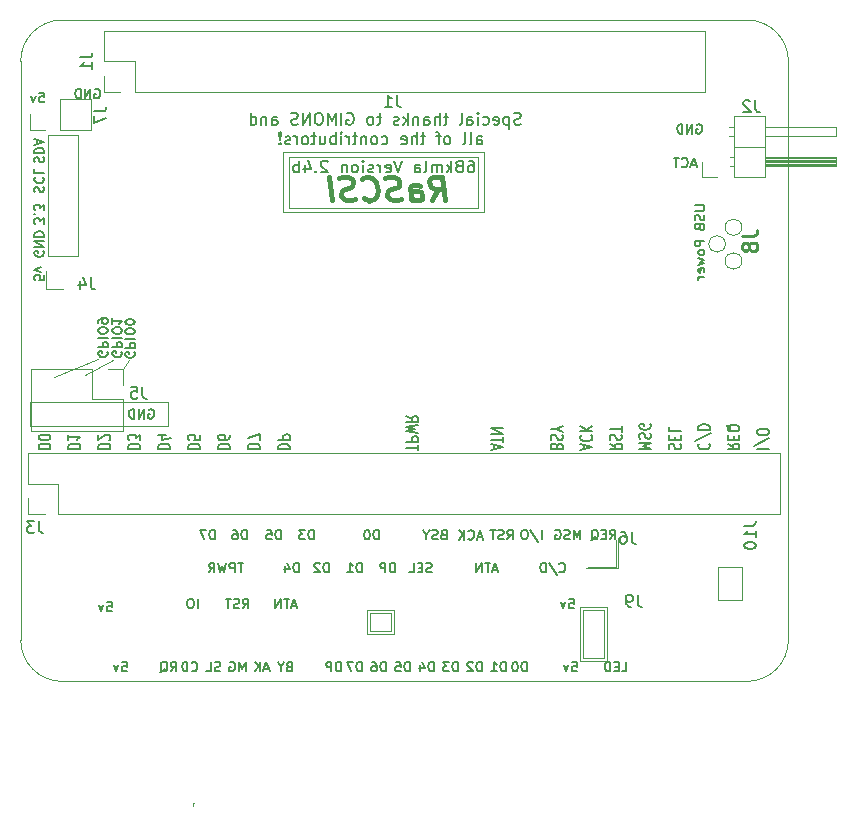
<source format=gbr>
%TF.GenerationSoftware,KiCad,Pcbnew,(5.1.6-0-10_14)*%
%TF.CreationDate,2021-08-11T10:29:46+02:00*%
%TF.ProjectId,rascsi_2p4,72617363-7369-45f3-9270-342e6b696361,rev?*%
%TF.SameCoordinates,PX59d60c0PY325aa00*%
%TF.FileFunction,Legend,Bot*%
%TF.FilePolarity,Positive*%
%FSLAX46Y46*%
G04 Gerber Fmt 4.6, Leading zero omitted, Abs format (unit mm)*
G04 Created by KiCad (PCBNEW (5.1.6-0-10_14)) date 2021-08-11 10:29:46*
%MOMM*%
%LPD*%
G01*
G04 APERTURE LIST*
%ADD10C,0.150000*%
%ADD11C,0.120000*%
%ADD12C,0.230000*%
%ADD13C,0.400000*%
%TA.AperFunction,Profile*%
%ADD14C,0.050000*%
%TD*%
G04 APERTURE END LIST*
D10*
X141558380Y-32512476D02*
X142272666Y-32512476D01*
X142415523Y-32464857D01*
X142510761Y-32369619D01*
X142558380Y-32226761D01*
X142558380Y-32131523D01*
X142558380Y-33512476D02*
X142558380Y-32941047D01*
X142558380Y-33226761D02*
X141558380Y-33226761D01*
X141701238Y-33131523D01*
X141796476Y-33036285D01*
X141844095Y-32941047D01*
X141558380Y-34131523D02*
X141558380Y-34226761D01*
X141606000Y-34322000D01*
X141653619Y-34369619D01*
X141748857Y-34417238D01*
X141939333Y-34464857D01*
X142177428Y-34464857D01*
X142367904Y-34417238D01*
X142463142Y-34369619D01*
X142510761Y-34322000D01*
X142558380Y-34226761D01*
X142558380Y-34131523D01*
X142510761Y-34036285D01*
X142463142Y-33988666D01*
X142367904Y-33941047D01*
X142177428Y-33893428D01*
X141939333Y-33893428D01*
X141748857Y-33941047D01*
X141653619Y-33988666D01*
X141606000Y-34036285D01*
X141558380Y-34131523D01*
X132533333Y-38362380D02*
X132533333Y-39076666D01*
X132580952Y-39219523D01*
X132676190Y-39314761D01*
X132819047Y-39362380D01*
X132914285Y-39362380D01*
X132009523Y-39362380D02*
X131819047Y-39362380D01*
X131723809Y-39314761D01*
X131676190Y-39267142D01*
X131580952Y-39124285D01*
X131533333Y-38933809D01*
X131533333Y-38552857D01*
X131580952Y-38457619D01*
X131628571Y-38410000D01*
X131723809Y-38362380D01*
X131914285Y-38362380D01*
X132009523Y-38410000D01*
X132057142Y-38457619D01*
X132104761Y-38552857D01*
X132104761Y-38790952D01*
X132057142Y-38886190D01*
X132009523Y-38933809D01*
X131914285Y-38981428D01*
X131723809Y-38981428D01*
X131628571Y-38933809D01*
X131580952Y-38886190D01*
X131533333Y-38790952D01*
D11*
X109594000Y-41704000D02*
X109594000Y-39672000D01*
X111880000Y-41704000D02*
X109594000Y-41704000D01*
X111880000Y-39672000D02*
X111880000Y-41704000D01*
X109594000Y-39672000D02*
X111880000Y-39672000D01*
X109848000Y-41450000D02*
X109848000Y-39926000D01*
X111626000Y-41450000D02*
X109848000Y-41450000D01*
X111626000Y-39926000D02*
X111626000Y-41450000D01*
X109848000Y-39926000D02*
X111626000Y-39926000D01*
X127628000Y-39418000D02*
X129914000Y-39418000D01*
X127628000Y-43990000D02*
X127628000Y-39418000D01*
X129914000Y-43990000D02*
X127628000Y-43990000D01*
X129914000Y-39418000D02*
X129914000Y-43990000D01*
X127882000Y-43736000D02*
X127882000Y-39672000D01*
X129660000Y-43736000D02*
X127882000Y-43736000D01*
X129660000Y-39672000D02*
X129660000Y-43736000D01*
X127882000Y-39672000D02*
X129660000Y-39672000D01*
D10*
X103650285Y-39297333D02*
X103269333Y-39297333D01*
X103726476Y-39525904D02*
X103459809Y-38725904D01*
X103193142Y-39525904D01*
X103040761Y-38725904D02*
X102583619Y-38725904D01*
X102812190Y-39525904D02*
X102812190Y-38725904D01*
X102316952Y-39525904D02*
X102316952Y-38725904D01*
X101859809Y-39525904D01*
X101859809Y-38725904D01*
X99110095Y-39525904D02*
X99376761Y-39144952D01*
X99567238Y-39525904D02*
X99567238Y-38725904D01*
X99262476Y-38725904D01*
X99186285Y-38764000D01*
X99148190Y-38802095D01*
X99110095Y-38878285D01*
X99110095Y-38992571D01*
X99148190Y-39068761D01*
X99186285Y-39106857D01*
X99262476Y-39144952D01*
X99567238Y-39144952D01*
X98805333Y-39487809D02*
X98691047Y-39525904D01*
X98500571Y-39525904D01*
X98424380Y-39487809D01*
X98386285Y-39449714D01*
X98348190Y-39373523D01*
X98348190Y-39297333D01*
X98386285Y-39221142D01*
X98424380Y-39183047D01*
X98500571Y-39144952D01*
X98652952Y-39106857D01*
X98729142Y-39068761D01*
X98767238Y-39030666D01*
X98805333Y-38954476D01*
X98805333Y-38878285D01*
X98767238Y-38802095D01*
X98729142Y-38764000D01*
X98652952Y-38725904D01*
X98462476Y-38725904D01*
X98348190Y-38764000D01*
X98119619Y-38725904D02*
X97662476Y-38725904D01*
X97891047Y-39525904D02*
X97891047Y-38725904D01*
X95281047Y-39525904D02*
X95281047Y-38725904D01*
X94747714Y-38725904D02*
X94595333Y-38725904D01*
X94519142Y-38764000D01*
X94442952Y-38840190D01*
X94404857Y-38992571D01*
X94404857Y-39259238D01*
X94442952Y-39411619D01*
X94519142Y-39487809D01*
X94595333Y-39525904D01*
X94747714Y-39525904D01*
X94823904Y-39487809D01*
X94900095Y-39411619D01*
X94938190Y-39259238D01*
X94938190Y-38992571D01*
X94900095Y-38840190D01*
X94823904Y-38764000D01*
X94747714Y-38725904D01*
X87610285Y-38979904D02*
X87991238Y-38979904D01*
X88029333Y-39360857D01*
X87991238Y-39322761D01*
X87915047Y-39284666D01*
X87724571Y-39284666D01*
X87648380Y-39322761D01*
X87610285Y-39360857D01*
X87572190Y-39437047D01*
X87572190Y-39627523D01*
X87610285Y-39703714D01*
X87648380Y-39741809D01*
X87724571Y-39779904D01*
X87915047Y-39779904D01*
X87991238Y-39741809D01*
X88029333Y-39703714D01*
X87305523Y-39246571D02*
X87115047Y-39779904D01*
X86924571Y-39246571D01*
X126726285Y-38725904D02*
X127107238Y-38725904D01*
X127145333Y-39106857D01*
X127107238Y-39068761D01*
X127031047Y-39030666D01*
X126840571Y-39030666D01*
X126764380Y-39068761D01*
X126726285Y-39106857D01*
X126688190Y-39183047D01*
X126688190Y-39373523D01*
X126726285Y-39449714D01*
X126764380Y-39487809D01*
X126840571Y-39525904D01*
X127031047Y-39525904D01*
X127107238Y-39487809D01*
X127145333Y-39449714D01*
X126421523Y-38992571D02*
X126231047Y-39525904D01*
X126040571Y-38992571D01*
X131190285Y-44859904D02*
X131571238Y-44859904D01*
X131571238Y-44059904D01*
X130923619Y-44440857D02*
X130656952Y-44440857D01*
X130542666Y-44859904D02*
X130923619Y-44859904D01*
X130923619Y-44059904D01*
X130542666Y-44059904D01*
X130199809Y-44859904D02*
X130199809Y-44059904D01*
X130009333Y-44059904D01*
X129895047Y-44098000D01*
X129818857Y-44174190D01*
X129780761Y-44250380D01*
X129742666Y-44402761D01*
X129742666Y-44517047D01*
X129780761Y-44669428D01*
X129818857Y-44745619D01*
X129895047Y-44821809D01*
X130009333Y-44859904D01*
X130199809Y-44859904D01*
X126980285Y-44059904D02*
X127361238Y-44059904D01*
X127399333Y-44440857D01*
X127361238Y-44402761D01*
X127285047Y-44364666D01*
X127094571Y-44364666D01*
X127018380Y-44402761D01*
X126980285Y-44440857D01*
X126942190Y-44517047D01*
X126942190Y-44707523D01*
X126980285Y-44783714D01*
X127018380Y-44821809D01*
X127094571Y-44859904D01*
X127285047Y-44859904D01*
X127361238Y-44821809D01*
X127399333Y-44783714D01*
X126675523Y-44326571D02*
X126485047Y-44859904D01*
X126294571Y-44326571D01*
X88880285Y-44059904D02*
X89261238Y-44059904D01*
X89299333Y-44440857D01*
X89261238Y-44402761D01*
X89185047Y-44364666D01*
X88994571Y-44364666D01*
X88918380Y-44402761D01*
X88880285Y-44440857D01*
X88842190Y-44517047D01*
X88842190Y-44707523D01*
X88880285Y-44783714D01*
X88918380Y-44821809D01*
X88994571Y-44859904D01*
X89185047Y-44859904D01*
X89261238Y-44821809D01*
X89299333Y-44783714D01*
X88575523Y-44326571D02*
X88385047Y-44859904D01*
X88194571Y-44326571D01*
X93001428Y-44859904D02*
X93268095Y-44478952D01*
X93458571Y-44859904D02*
X93458571Y-44059904D01*
X93153809Y-44059904D01*
X93077619Y-44098000D01*
X93039523Y-44136095D01*
X93001428Y-44212285D01*
X93001428Y-44326571D01*
X93039523Y-44402761D01*
X93077619Y-44440857D01*
X93153809Y-44478952D01*
X93458571Y-44478952D01*
X92125238Y-44936095D02*
X92201428Y-44898000D01*
X92277619Y-44821809D01*
X92391904Y-44707523D01*
X92468095Y-44669428D01*
X92544285Y-44669428D01*
X92506190Y-44859904D02*
X92582380Y-44821809D01*
X92658571Y-44745619D01*
X92696666Y-44593238D01*
X92696666Y-44326571D01*
X92658571Y-44174190D01*
X92582380Y-44098000D01*
X92506190Y-44059904D01*
X92353809Y-44059904D01*
X92277619Y-44098000D01*
X92201428Y-44174190D01*
X92163333Y-44326571D01*
X92163333Y-44593238D01*
X92201428Y-44745619D01*
X92277619Y-44821809D01*
X92353809Y-44859904D01*
X92506190Y-44859904D01*
X94760380Y-44783714D02*
X94798476Y-44821809D01*
X94912761Y-44859904D01*
X94988952Y-44859904D01*
X95103238Y-44821809D01*
X95179428Y-44745619D01*
X95217523Y-44669428D01*
X95255619Y-44517047D01*
X95255619Y-44402761D01*
X95217523Y-44250380D01*
X95179428Y-44174190D01*
X95103238Y-44098000D01*
X94988952Y-44059904D01*
X94912761Y-44059904D01*
X94798476Y-44098000D01*
X94760380Y-44136095D01*
X94417523Y-44859904D02*
X94417523Y-44059904D01*
X94227047Y-44059904D01*
X94112761Y-44098000D01*
X94036571Y-44174190D01*
X93998476Y-44250380D01*
X93960380Y-44402761D01*
X93960380Y-44517047D01*
X93998476Y-44669428D01*
X94036571Y-44745619D01*
X94112761Y-44821809D01*
X94227047Y-44859904D01*
X94417523Y-44859904D01*
X97192380Y-44821809D02*
X97078095Y-44859904D01*
X96887619Y-44859904D01*
X96811428Y-44821809D01*
X96773333Y-44783714D01*
X96735238Y-44707523D01*
X96735238Y-44631333D01*
X96773333Y-44555142D01*
X96811428Y-44517047D01*
X96887619Y-44478952D01*
X97040000Y-44440857D01*
X97116190Y-44402761D01*
X97154285Y-44364666D01*
X97192380Y-44288476D01*
X97192380Y-44212285D01*
X97154285Y-44136095D01*
X97116190Y-44098000D01*
X97040000Y-44059904D01*
X96849523Y-44059904D01*
X96735238Y-44098000D01*
X96011428Y-44859904D02*
X96392380Y-44859904D01*
X96392380Y-44059904D01*
X99338666Y-44859904D02*
X99338666Y-44059904D01*
X99072000Y-44631333D01*
X98805333Y-44059904D01*
X98805333Y-44859904D01*
X98005333Y-44098000D02*
X98081523Y-44059904D01*
X98195809Y-44059904D01*
X98310095Y-44098000D01*
X98386285Y-44174190D01*
X98424380Y-44250380D01*
X98462476Y-44402761D01*
X98462476Y-44517047D01*
X98424380Y-44669428D01*
X98386285Y-44745619D01*
X98310095Y-44821809D01*
X98195809Y-44859904D01*
X98119619Y-44859904D01*
X98005333Y-44821809D01*
X97967238Y-44783714D01*
X97967238Y-44517047D01*
X98119619Y-44517047D01*
X101294476Y-44631333D02*
X100913523Y-44631333D01*
X101370666Y-44859904D02*
X101104000Y-44059904D01*
X100837333Y-44859904D01*
X100570666Y-44859904D02*
X100570666Y-44059904D01*
X100113523Y-44859904D02*
X100456380Y-44402761D01*
X100113523Y-44059904D02*
X100570666Y-44517047D01*
X103021714Y-44440857D02*
X102907428Y-44478952D01*
X102869333Y-44517047D01*
X102831238Y-44593238D01*
X102831238Y-44707523D01*
X102869333Y-44783714D01*
X102907428Y-44821809D01*
X102983619Y-44859904D01*
X103288380Y-44859904D01*
X103288380Y-44059904D01*
X103021714Y-44059904D01*
X102945523Y-44098000D01*
X102907428Y-44136095D01*
X102869333Y-44212285D01*
X102869333Y-44288476D01*
X102907428Y-44364666D01*
X102945523Y-44402761D01*
X103021714Y-44440857D01*
X103288380Y-44440857D01*
X102336000Y-44478952D02*
X102336000Y-44859904D01*
X102602666Y-44059904D02*
X102336000Y-44478952D01*
X102069333Y-44059904D01*
X123138476Y-44859904D02*
X123138476Y-44059904D01*
X122948000Y-44059904D01*
X122833714Y-44098000D01*
X122757523Y-44174190D01*
X122719428Y-44250380D01*
X122681333Y-44402761D01*
X122681333Y-44517047D01*
X122719428Y-44669428D01*
X122757523Y-44745619D01*
X122833714Y-44821809D01*
X122948000Y-44859904D01*
X123138476Y-44859904D01*
X122186095Y-44059904D02*
X122109904Y-44059904D01*
X122033714Y-44098000D01*
X121995619Y-44136095D01*
X121957523Y-44212285D01*
X121919428Y-44364666D01*
X121919428Y-44555142D01*
X121957523Y-44707523D01*
X121995619Y-44783714D01*
X122033714Y-44821809D01*
X122109904Y-44859904D01*
X122186095Y-44859904D01*
X122262285Y-44821809D01*
X122300380Y-44783714D01*
X122338476Y-44707523D01*
X122376571Y-44555142D01*
X122376571Y-44364666D01*
X122338476Y-44212285D01*
X122300380Y-44136095D01*
X122262285Y-44098000D01*
X122186095Y-44059904D01*
X121360476Y-44859904D02*
X121360476Y-44059904D01*
X121170000Y-44059904D01*
X121055714Y-44098000D01*
X120979523Y-44174190D01*
X120941428Y-44250380D01*
X120903333Y-44402761D01*
X120903333Y-44517047D01*
X120941428Y-44669428D01*
X120979523Y-44745619D01*
X121055714Y-44821809D01*
X121170000Y-44859904D01*
X121360476Y-44859904D01*
X120141428Y-44859904D02*
X120598571Y-44859904D01*
X120370000Y-44859904D02*
X120370000Y-44059904D01*
X120446190Y-44174190D01*
X120522380Y-44250380D01*
X120598571Y-44288476D01*
X119328476Y-44859904D02*
X119328476Y-44059904D01*
X119138000Y-44059904D01*
X119023714Y-44098000D01*
X118947523Y-44174190D01*
X118909428Y-44250380D01*
X118871333Y-44402761D01*
X118871333Y-44517047D01*
X118909428Y-44669428D01*
X118947523Y-44745619D01*
X119023714Y-44821809D01*
X119138000Y-44859904D01*
X119328476Y-44859904D01*
X118566571Y-44136095D02*
X118528476Y-44098000D01*
X118452285Y-44059904D01*
X118261809Y-44059904D01*
X118185619Y-44098000D01*
X118147523Y-44136095D01*
X118109428Y-44212285D01*
X118109428Y-44288476D01*
X118147523Y-44402761D01*
X118604666Y-44859904D01*
X118109428Y-44859904D01*
X117296476Y-44859904D02*
X117296476Y-44059904D01*
X117106000Y-44059904D01*
X116991714Y-44098000D01*
X116915523Y-44174190D01*
X116877428Y-44250380D01*
X116839333Y-44402761D01*
X116839333Y-44517047D01*
X116877428Y-44669428D01*
X116915523Y-44745619D01*
X116991714Y-44821809D01*
X117106000Y-44859904D01*
X117296476Y-44859904D01*
X116572666Y-44059904D02*
X116077428Y-44059904D01*
X116344095Y-44364666D01*
X116229809Y-44364666D01*
X116153619Y-44402761D01*
X116115523Y-44440857D01*
X116077428Y-44517047D01*
X116077428Y-44707523D01*
X116115523Y-44783714D01*
X116153619Y-44821809D01*
X116229809Y-44859904D01*
X116458380Y-44859904D01*
X116534571Y-44821809D01*
X116572666Y-44783714D01*
X115264476Y-44859904D02*
X115264476Y-44059904D01*
X115074000Y-44059904D01*
X114959714Y-44098000D01*
X114883523Y-44174190D01*
X114845428Y-44250380D01*
X114807333Y-44402761D01*
X114807333Y-44517047D01*
X114845428Y-44669428D01*
X114883523Y-44745619D01*
X114959714Y-44821809D01*
X115074000Y-44859904D01*
X115264476Y-44859904D01*
X114121619Y-44326571D02*
X114121619Y-44859904D01*
X114312095Y-44021809D02*
X114502571Y-44593238D01*
X114007333Y-44593238D01*
X113232476Y-44859904D02*
X113232476Y-44059904D01*
X113042000Y-44059904D01*
X112927714Y-44098000D01*
X112851523Y-44174190D01*
X112813428Y-44250380D01*
X112775333Y-44402761D01*
X112775333Y-44517047D01*
X112813428Y-44669428D01*
X112851523Y-44745619D01*
X112927714Y-44821809D01*
X113042000Y-44859904D01*
X113232476Y-44859904D01*
X112051523Y-44059904D02*
X112432476Y-44059904D01*
X112470571Y-44440857D01*
X112432476Y-44402761D01*
X112356285Y-44364666D01*
X112165809Y-44364666D01*
X112089619Y-44402761D01*
X112051523Y-44440857D01*
X112013428Y-44517047D01*
X112013428Y-44707523D01*
X112051523Y-44783714D01*
X112089619Y-44821809D01*
X112165809Y-44859904D01*
X112356285Y-44859904D01*
X112432476Y-44821809D01*
X112470571Y-44783714D01*
X111200476Y-44859904D02*
X111200476Y-44059904D01*
X111010000Y-44059904D01*
X110895714Y-44098000D01*
X110819523Y-44174190D01*
X110781428Y-44250380D01*
X110743333Y-44402761D01*
X110743333Y-44517047D01*
X110781428Y-44669428D01*
X110819523Y-44745619D01*
X110895714Y-44821809D01*
X111010000Y-44859904D01*
X111200476Y-44859904D01*
X110057619Y-44059904D02*
X110210000Y-44059904D01*
X110286190Y-44098000D01*
X110324285Y-44136095D01*
X110400476Y-44250380D01*
X110438571Y-44402761D01*
X110438571Y-44707523D01*
X110400476Y-44783714D01*
X110362380Y-44821809D01*
X110286190Y-44859904D01*
X110133809Y-44859904D01*
X110057619Y-44821809D01*
X110019523Y-44783714D01*
X109981428Y-44707523D01*
X109981428Y-44517047D01*
X110019523Y-44440857D01*
X110057619Y-44402761D01*
X110133809Y-44364666D01*
X110286190Y-44364666D01*
X110362380Y-44402761D01*
X110400476Y-44440857D01*
X110438571Y-44517047D01*
X109168476Y-44859904D02*
X109168476Y-44059904D01*
X108978000Y-44059904D01*
X108863714Y-44098000D01*
X108787523Y-44174190D01*
X108749428Y-44250380D01*
X108711333Y-44402761D01*
X108711333Y-44517047D01*
X108749428Y-44669428D01*
X108787523Y-44745619D01*
X108863714Y-44821809D01*
X108978000Y-44859904D01*
X109168476Y-44859904D01*
X108444666Y-44059904D02*
X107911333Y-44059904D01*
X108254190Y-44859904D01*
X107409523Y-44859904D02*
X107409523Y-44059904D01*
X107219047Y-44059904D01*
X107104761Y-44098000D01*
X107028571Y-44174190D01*
X106990476Y-44250380D01*
X106952380Y-44402761D01*
X106952380Y-44517047D01*
X106990476Y-44669428D01*
X107028571Y-44745619D01*
X107104761Y-44821809D01*
X107219047Y-44859904D01*
X107409523Y-44859904D01*
X106609523Y-44859904D02*
X106609523Y-44059904D01*
X106304761Y-44059904D01*
X106228571Y-44098000D01*
X106190476Y-44136095D01*
X106152380Y-44212285D01*
X106152380Y-44326571D01*
X106190476Y-44402761D01*
X106228571Y-44440857D01*
X106304761Y-44478952D01*
X106609523Y-44478952D01*
X124402095Y-33683904D02*
X124402095Y-32883904D01*
X123449714Y-32845809D02*
X124135428Y-33874380D01*
X123030666Y-32883904D02*
X122878285Y-32883904D01*
X122802095Y-32922000D01*
X122725904Y-32998190D01*
X122687809Y-33150571D01*
X122687809Y-33417238D01*
X122725904Y-33569619D01*
X122802095Y-33645809D01*
X122878285Y-33683904D01*
X123030666Y-33683904D01*
X123106857Y-33645809D01*
X123183047Y-33569619D01*
X123221142Y-33417238D01*
X123221142Y-33150571D01*
X123183047Y-32998190D01*
X123106857Y-32922000D01*
X123030666Y-32883904D01*
X121503095Y-33683904D02*
X121769761Y-33302952D01*
X121960238Y-33683904D02*
X121960238Y-32883904D01*
X121655476Y-32883904D01*
X121579285Y-32922000D01*
X121541190Y-32960095D01*
X121503095Y-33036285D01*
X121503095Y-33150571D01*
X121541190Y-33226761D01*
X121579285Y-33264857D01*
X121655476Y-33302952D01*
X121960238Y-33302952D01*
X121198333Y-33645809D02*
X121084047Y-33683904D01*
X120893571Y-33683904D01*
X120817380Y-33645809D01*
X120779285Y-33607714D01*
X120741190Y-33531523D01*
X120741190Y-33455333D01*
X120779285Y-33379142D01*
X120817380Y-33341047D01*
X120893571Y-33302952D01*
X121045952Y-33264857D01*
X121122142Y-33226761D01*
X121160238Y-33188666D01*
X121198333Y-33112476D01*
X121198333Y-33036285D01*
X121160238Y-32960095D01*
X121122142Y-32922000D01*
X121045952Y-32883904D01*
X120855476Y-32883904D01*
X120741190Y-32922000D01*
X120512619Y-32883904D02*
X120055476Y-32883904D01*
X120284047Y-33683904D02*
X120284047Y-32883904D01*
X115080285Y-36439809D02*
X114966000Y-36477904D01*
X114775523Y-36477904D01*
X114699333Y-36439809D01*
X114661238Y-36401714D01*
X114623142Y-36325523D01*
X114623142Y-36249333D01*
X114661238Y-36173142D01*
X114699333Y-36135047D01*
X114775523Y-36096952D01*
X114927904Y-36058857D01*
X115004095Y-36020761D01*
X115042190Y-35982666D01*
X115080285Y-35906476D01*
X115080285Y-35830285D01*
X115042190Y-35754095D01*
X115004095Y-35716000D01*
X114927904Y-35677904D01*
X114737428Y-35677904D01*
X114623142Y-35716000D01*
X114280285Y-36058857D02*
X114013619Y-36058857D01*
X113899333Y-36477904D02*
X114280285Y-36477904D01*
X114280285Y-35677904D01*
X113899333Y-35677904D01*
X113175523Y-36477904D02*
X113556476Y-36477904D01*
X113556476Y-35677904D01*
X110606476Y-33683904D02*
X110606476Y-32883904D01*
X110416000Y-32883904D01*
X110301714Y-32922000D01*
X110225523Y-32998190D01*
X110187428Y-33074380D01*
X110149333Y-33226761D01*
X110149333Y-33341047D01*
X110187428Y-33493428D01*
X110225523Y-33569619D01*
X110301714Y-33645809D01*
X110416000Y-33683904D01*
X110606476Y-33683904D01*
X109654095Y-32883904D02*
X109577904Y-32883904D01*
X109501714Y-32922000D01*
X109463619Y-32960095D01*
X109425523Y-33036285D01*
X109387428Y-33188666D01*
X109387428Y-33379142D01*
X109425523Y-33531523D01*
X109463619Y-33607714D01*
X109501714Y-33645809D01*
X109577904Y-33683904D01*
X109654095Y-33683904D01*
X109730285Y-33645809D01*
X109768380Y-33607714D01*
X109806476Y-33531523D01*
X109844571Y-33379142D01*
X109844571Y-33188666D01*
X109806476Y-33036285D01*
X109768380Y-32960095D01*
X109730285Y-32922000D01*
X109654095Y-32883904D01*
X102310476Y-33683904D02*
X102310476Y-32883904D01*
X102120000Y-32883904D01*
X102005714Y-32922000D01*
X101929523Y-32998190D01*
X101891428Y-33074380D01*
X101853333Y-33226761D01*
X101853333Y-33341047D01*
X101891428Y-33493428D01*
X101929523Y-33569619D01*
X102005714Y-33645809D01*
X102120000Y-33683904D01*
X102310476Y-33683904D01*
X101129523Y-32883904D02*
X101510476Y-32883904D01*
X101548571Y-33264857D01*
X101510476Y-33226761D01*
X101434285Y-33188666D01*
X101243809Y-33188666D01*
X101167619Y-33226761D01*
X101129523Y-33264857D01*
X101091428Y-33341047D01*
X101091428Y-33531523D01*
X101129523Y-33607714D01*
X101167619Y-33645809D01*
X101243809Y-33683904D01*
X101434285Y-33683904D01*
X101510476Y-33645809D01*
X101548571Y-33607714D01*
X116102666Y-33264857D02*
X115988380Y-33302952D01*
X115950285Y-33341047D01*
X115912190Y-33417238D01*
X115912190Y-33531523D01*
X115950285Y-33607714D01*
X115988380Y-33645809D01*
X116064571Y-33683904D01*
X116369333Y-33683904D01*
X116369333Y-32883904D01*
X116102666Y-32883904D01*
X116026476Y-32922000D01*
X115988380Y-32960095D01*
X115950285Y-33036285D01*
X115950285Y-33112476D01*
X115988380Y-33188666D01*
X116026476Y-33226761D01*
X116102666Y-33264857D01*
X116369333Y-33264857D01*
X115607428Y-33645809D02*
X115493142Y-33683904D01*
X115302666Y-33683904D01*
X115226476Y-33645809D01*
X115188380Y-33607714D01*
X115150285Y-33531523D01*
X115150285Y-33455333D01*
X115188380Y-33379142D01*
X115226476Y-33341047D01*
X115302666Y-33302952D01*
X115455047Y-33264857D01*
X115531238Y-33226761D01*
X115569333Y-33188666D01*
X115607428Y-33112476D01*
X115607428Y-33036285D01*
X115569333Y-32960095D01*
X115531238Y-32922000D01*
X115455047Y-32883904D01*
X115264571Y-32883904D01*
X115150285Y-32922000D01*
X114655047Y-33302952D02*
X114655047Y-33683904D01*
X114921714Y-32883904D02*
X114655047Y-33302952D01*
X114388380Y-32883904D01*
X99430476Y-33683904D02*
X99430476Y-32883904D01*
X99240000Y-32883904D01*
X99125714Y-32922000D01*
X99049523Y-32998190D01*
X99011428Y-33074380D01*
X98973333Y-33226761D01*
X98973333Y-33341047D01*
X99011428Y-33493428D01*
X99049523Y-33569619D01*
X99125714Y-33645809D01*
X99240000Y-33683904D01*
X99430476Y-33683904D01*
X98287619Y-32883904D02*
X98440000Y-32883904D01*
X98516190Y-32922000D01*
X98554285Y-32960095D01*
X98630476Y-33074380D01*
X98668571Y-33226761D01*
X98668571Y-33531523D01*
X98630476Y-33607714D01*
X98592380Y-33645809D01*
X98516190Y-33683904D01*
X98363809Y-33683904D01*
X98287619Y-33645809D01*
X98249523Y-33607714D01*
X98211428Y-33531523D01*
X98211428Y-33341047D01*
X98249523Y-33264857D01*
X98287619Y-33226761D01*
X98363809Y-33188666D01*
X98516190Y-33188666D01*
X98592380Y-33226761D01*
X98630476Y-33264857D01*
X98668571Y-33341047D01*
X109168476Y-36477904D02*
X109168476Y-35677904D01*
X108978000Y-35677904D01*
X108863714Y-35716000D01*
X108787523Y-35792190D01*
X108749428Y-35868380D01*
X108711333Y-36020761D01*
X108711333Y-36135047D01*
X108749428Y-36287428D01*
X108787523Y-36363619D01*
X108863714Y-36439809D01*
X108978000Y-36477904D01*
X109168476Y-36477904D01*
X107949428Y-36477904D02*
X108406571Y-36477904D01*
X108178000Y-36477904D02*
X108178000Y-35677904D01*
X108254190Y-35792190D01*
X108330380Y-35868380D01*
X108406571Y-35906476D01*
X103834476Y-36477904D02*
X103834476Y-35677904D01*
X103644000Y-35677904D01*
X103529714Y-35716000D01*
X103453523Y-35792190D01*
X103415428Y-35868380D01*
X103377333Y-36020761D01*
X103377333Y-36135047D01*
X103415428Y-36287428D01*
X103453523Y-36363619D01*
X103529714Y-36439809D01*
X103644000Y-36477904D01*
X103834476Y-36477904D01*
X102691619Y-35944571D02*
X102691619Y-36477904D01*
X102882095Y-35639809D02*
X103072571Y-36211238D01*
X102577333Y-36211238D01*
X106374476Y-36477904D02*
X106374476Y-35677904D01*
X106184000Y-35677904D01*
X106069714Y-35716000D01*
X105993523Y-35792190D01*
X105955428Y-35868380D01*
X105917333Y-36020761D01*
X105917333Y-36135047D01*
X105955428Y-36287428D01*
X105993523Y-36363619D01*
X106069714Y-36439809D01*
X106184000Y-36477904D01*
X106374476Y-36477904D01*
X105612571Y-35754095D02*
X105574476Y-35716000D01*
X105498285Y-35677904D01*
X105307809Y-35677904D01*
X105231619Y-35716000D01*
X105193523Y-35754095D01*
X105155428Y-35830285D01*
X105155428Y-35906476D01*
X105193523Y-36020761D01*
X105650666Y-36477904D01*
X105155428Y-36477904D01*
X127659619Y-33683904D02*
X127659619Y-32883904D01*
X127392952Y-33455333D01*
X127126285Y-32883904D01*
X127126285Y-33683904D01*
X126783428Y-33645809D02*
X126669142Y-33683904D01*
X126478666Y-33683904D01*
X126402476Y-33645809D01*
X126364380Y-33607714D01*
X126326285Y-33531523D01*
X126326285Y-33455333D01*
X126364380Y-33379142D01*
X126402476Y-33341047D01*
X126478666Y-33302952D01*
X126631047Y-33264857D01*
X126707238Y-33226761D01*
X126745333Y-33188666D01*
X126783428Y-33112476D01*
X126783428Y-33036285D01*
X126745333Y-32960095D01*
X126707238Y-32922000D01*
X126631047Y-32883904D01*
X126440571Y-32883904D01*
X126326285Y-32922000D01*
X125564380Y-32922000D02*
X125640571Y-32883904D01*
X125754857Y-32883904D01*
X125869142Y-32922000D01*
X125945333Y-32998190D01*
X125983428Y-33074380D01*
X126021523Y-33226761D01*
X126021523Y-33341047D01*
X125983428Y-33493428D01*
X125945333Y-33569619D01*
X125869142Y-33645809D01*
X125754857Y-33683904D01*
X125678666Y-33683904D01*
X125564380Y-33645809D01*
X125526285Y-33607714D01*
X125526285Y-33341047D01*
X125678666Y-33341047D01*
X99141714Y-35677904D02*
X98684571Y-35677904D01*
X98913142Y-36477904D02*
X98913142Y-35677904D01*
X98417904Y-36477904D02*
X98417904Y-35677904D01*
X98113142Y-35677904D01*
X98036952Y-35716000D01*
X97998857Y-35754095D01*
X97960761Y-35830285D01*
X97960761Y-35944571D01*
X97998857Y-36020761D01*
X98036952Y-36058857D01*
X98113142Y-36096952D01*
X98417904Y-36096952D01*
X97694095Y-35677904D02*
X97503619Y-36477904D01*
X97351238Y-35906476D01*
X97198857Y-36477904D01*
X97008380Y-35677904D01*
X96246476Y-36477904D02*
X96513142Y-36096952D01*
X96703619Y-36477904D02*
X96703619Y-35677904D01*
X96398857Y-35677904D01*
X96322666Y-35716000D01*
X96284571Y-35754095D01*
X96246476Y-35830285D01*
X96246476Y-35944571D01*
X96284571Y-36020761D01*
X96322666Y-36058857D01*
X96398857Y-36096952D01*
X96703619Y-36096952D01*
X105104476Y-33683904D02*
X105104476Y-32883904D01*
X104914000Y-32883904D01*
X104799714Y-32922000D01*
X104723523Y-32998190D01*
X104685428Y-33074380D01*
X104647333Y-33226761D01*
X104647333Y-33341047D01*
X104685428Y-33493428D01*
X104723523Y-33569619D01*
X104799714Y-33645809D01*
X104914000Y-33683904D01*
X105104476Y-33683904D01*
X104380666Y-32883904D02*
X103885428Y-32883904D01*
X104152095Y-33188666D01*
X104037809Y-33188666D01*
X103961619Y-33226761D01*
X103923523Y-33264857D01*
X103885428Y-33341047D01*
X103885428Y-33531523D01*
X103923523Y-33607714D01*
X103961619Y-33645809D01*
X104037809Y-33683904D01*
X104266380Y-33683904D01*
X104342571Y-33645809D01*
X104380666Y-33607714D01*
X125913428Y-36401714D02*
X125951523Y-36439809D01*
X126065809Y-36477904D01*
X126142000Y-36477904D01*
X126256285Y-36439809D01*
X126332476Y-36363619D01*
X126370571Y-36287428D01*
X126408666Y-36135047D01*
X126408666Y-36020761D01*
X126370571Y-35868380D01*
X126332476Y-35792190D01*
X126256285Y-35716000D01*
X126142000Y-35677904D01*
X126065809Y-35677904D01*
X125951523Y-35716000D01*
X125913428Y-35754095D01*
X124999142Y-35639809D02*
X125684857Y-36668380D01*
X124732476Y-36477904D02*
X124732476Y-35677904D01*
X124542000Y-35677904D01*
X124427714Y-35716000D01*
X124351523Y-35792190D01*
X124313428Y-35868380D01*
X124275333Y-36020761D01*
X124275333Y-36135047D01*
X124313428Y-36287428D01*
X124351523Y-36363619D01*
X124427714Y-36439809D01*
X124542000Y-36477904D01*
X124732476Y-36477904D01*
X119388476Y-33458429D02*
X119007523Y-33458429D01*
X119464666Y-33687000D02*
X119198000Y-32887000D01*
X118931333Y-33687000D01*
X118207523Y-33610810D02*
X118245619Y-33648905D01*
X118359904Y-33687000D01*
X118436095Y-33687000D01*
X118550380Y-33648905D01*
X118626571Y-33572715D01*
X118664666Y-33496524D01*
X118702761Y-33344143D01*
X118702761Y-33229857D01*
X118664666Y-33077476D01*
X118626571Y-33001286D01*
X118550380Y-32925096D01*
X118436095Y-32887000D01*
X118359904Y-32887000D01*
X118245619Y-32925096D01*
X118207523Y-32963191D01*
X117864666Y-33687000D02*
X117864666Y-32887000D01*
X117407523Y-33687000D02*
X117750380Y-33229857D01*
X117407523Y-32887000D02*
X117864666Y-33344143D01*
X120668285Y-36249333D02*
X120287333Y-36249333D01*
X120744476Y-36477904D02*
X120477809Y-35677904D01*
X120211142Y-36477904D01*
X120058761Y-35677904D02*
X119601619Y-35677904D01*
X119830190Y-36477904D02*
X119830190Y-35677904D01*
X119334952Y-36477904D02*
X119334952Y-35677904D01*
X118877809Y-36477904D01*
X118877809Y-35677904D01*
X111981523Y-36477904D02*
X111981523Y-35677904D01*
X111791047Y-35677904D01*
X111676761Y-35716000D01*
X111600571Y-35792190D01*
X111562476Y-35868380D01*
X111524380Y-36020761D01*
X111524380Y-36135047D01*
X111562476Y-36287428D01*
X111600571Y-36363619D01*
X111676761Y-36439809D01*
X111791047Y-36477904D01*
X111981523Y-36477904D01*
X111181523Y-36477904D02*
X111181523Y-35677904D01*
X110876761Y-35677904D01*
X110800571Y-35716000D01*
X110762476Y-35754095D01*
X110724380Y-35830285D01*
X110724380Y-35944571D01*
X110762476Y-36020761D01*
X110800571Y-36058857D01*
X110876761Y-36096952D01*
X111181523Y-36096952D01*
X96722476Y-33683904D02*
X96722476Y-32883904D01*
X96532000Y-32883904D01*
X96417714Y-32922000D01*
X96341523Y-32998190D01*
X96303428Y-33074380D01*
X96265333Y-33226761D01*
X96265333Y-33341047D01*
X96303428Y-33493428D01*
X96341523Y-33569619D01*
X96417714Y-33645809D01*
X96532000Y-33683904D01*
X96722476Y-33683904D01*
X95998666Y-32883904D02*
X95465333Y-32883904D01*
X95808190Y-33683904D01*
X130193333Y-33648904D02*
X130460000Y-33267952D01*
X130650476Y-33648904D02*
X130650476Y-32848904D01*
X130345714Y-32848904D01*
X130269523Y-32887000D01*
X130231428Y-32925095D01*
X130193333Y-33001285D01*
X130193333Y-33115571D01*
X130231428Y-33191761D01*
X130269523Y-33229857D01*
X130345714Y-33267952D01*
X130650476Y-33267952D01*
X129850476Y-33229857D02*
X129583809Y-33229857D01*
X129469523Y-33648904D02*
X129850476Y-33648904D01*
X129850476Y-32848904D01*
X129469523Y-32848904D01*
X128593333Y-33725095D02*
X128669523Y-33687000D01*
X128745714Y-33610809D01*
X128860000Y-33496523D01*
X128936190Y-33458428D01*
X129012380Y-33458428D01*
X128974285Y-33648904D02*
X129050476Y-33610809D01*
X129126666Y-33534619D01*
X129164761Y-33382238D01*
X129164761Y-33115571D01*
X129126666Y-32963190D01*
X129050476Y-32887000D01*
X128974285Y-32848904D01*
X128821904Y-32848904D01*
X128745714Y-32887000D01*
X128669523Y-32963190D01*
X128631428Y-33115571D01*
X128631428Y-33382238D01*
X128669523Y-33534619D01*
X128745714Y-33610809D01*
X128821904Y-33648904D01*
X128974285Y-33648904D01*
X142647119Y-26022476D02*
X143647119Y-26022476D01*
X143694738Y-25070095D02*
X142409023Y-25755809D01*
X143647119Y-24651047D02*
X143647119Y-24498666D01*
X143599500Y-24422476D01*
X143504261Y-24346285D01*
X143313785Y-24308190D01*
X142980452Y-24308190D01*
X142789976Y-24346285D01*
X142694738Y-24422476D01*
X142647119Y-24498666D01*
X142647119Y-24651047D01*
X142694738Y-24727238D01*
X142789976Y-24803428D01*
X142980452Y-24841523D01*
X143313785Y-24841523D01*
X143504261Y-24803428D01*
X143599500Y-24727238D01*
X143647119Y-24651047D01*
X140152471Y-25565333D02*
X140628661Y-25832000D01*
X140152471Y-26022476D02*
X141152471Y-26022476D01*
X141152471Y-25717714D01*
X141104852Y-25641523D01*
X141057232Y-25603428D01*
X140961994Y-25565333D01*
X140819137Y-25565333D01*
X140723899Y-25603428D01*
X140676280Y-25641523D01*
X140628661Y-25717714D01*
X140628661Y-26022476D01*
X140676280Y-25222476D02*
X140676280Y-24955809D01*
X140152471Y-24841523D02*
X140152471Y-25222476D01*
X141152471Y-25222476D01*
X141152471Y-24841523D01*
X140057232Y-23965333D02*
X140104852Y-24041523D01*
X140200090Y-24117714D01*
X140342947Y-24232000D01*
X140390566Y-24308190D01*
X140390566Y-24384380D01*
X140152471Y-24346285D02*
X140200090Y-24422476D01*
X140295328Y-24498666D01*
X140485804Y-24536761D01*
X140819137Y-24536761D01*
X141009613Y-24498666D01*
X141104852Y-24422476D01*
X141152471Y-24346285D01*
X141152471Y-24193904D01*
X141104852Y-24117714D01*
X141009613Y-24041523D01*
X140819137Y-24003428D01*
X140485804Y-24003428D01*
X140295328Y-24041523D01*
X140200090Y-24117714D01*
X140152471Y-24193904D01*
X140152471Y-24346285D01*
X137753067Y-25565333D02*
X137705448Y-25603428D01*
X137657829Y-25717714D01*
X137657829Y-25793905D01*
X137705448Y-25908190D01*
X137800686Y-25984381D01*
X137895924Y-26022476D01*
X138086400Y-26060571D01*
X138229257Y-26060571D01*
X138419733Y-26022476D01*
X138514971Y-25984381D01*
X138610210Y-25908190D01*
X138657829Y-25793905D01*
X138657829Y-25717714D01*
X138610210Y-25603428D01*
X138562590Y-25565333D01*
X138705448Y-24651047D02*
X137419733Y-25336762D01*
X137657829Y-24384381D02*
X138657829Y-24384381D01*
X138657829Y-24193905D01*
X138610210Y-24079619D01*
X138514971Y-24003428D01*
X138419733Y-23965333D01*
X138229257Y-23927238D01*
X138086400Y-23927238D01*
X137895924Y-23965333D01*
X137800686Y-24003428D01*
X137705448Y-24079619D01*
X137657829Y-24193905D01*
X137657829Y-24384381D01*
X135210806Y-26060571D02*
X135163187Y-25946286D01*
X135163187Y-25755809D01*
X135210806Y-25679619D01*
X135258425Y-25641524D01*
X135353663Y-25603428D01*
X135448901Y-25603428D01*
X135544139Y-25641524D01*
X135591758Y-25679619D01*
X135639377Y-25755809D01*
X135686996Y-25908190D01*
X135734615Y-25984381D01*
X135782234Y-26022476D01*
X135877472Y-26060571D01*
X135972710Y-26060571D01*
X136067948Y-26022476D01*
X136115568Y-25984381D01*
X136163187Y-25908190D01*
X136163187Y-25717714D01*
X136115568Y-25603428D01*
X135686996Y-25260571D02*
X135686996Y-24993905D01*
X135163187Y-24879619D02*
X135163187Y-25260571D01*
X136163187Y-25260571D01*
X136163187Y-24879619D01*
X135163187Y-24155809D02*
X135163187Y-24536762D01*
X136163187Y-24536762D01*
X132668545Y-26022477D02*
X133668545Y-26022477D01*
X132954259Y-25755810D01*
X133668545Y-25489143D01*
X132668545Y-25489143D01*
X132716164Y-25146286D02*
X132668545Y-25032000D01*
X132668545Y-24841524D01*
X132716164Y-24765334D01*
X132763783Y-24727238D01*
X132859021Y-24689143D01*
X132954259Y-24689143D01*
X133049497Y-24727238D01*
X133097116Y-24765334D01*
X133144735Y-24841524D01*
X133192354Y-24993905D01*
X133239973Y-25070096D01*
X133287592Y-25108191D01*
X133382830Y-25146286D01*
X133478068Y-25146286D01*
X133573306Y-25108191D01*
X133620926Y-25070096D01*
X133668545Y-24993905D01*
X133668545Y-24803429D01*
X133620926Y-24689143D01*
X133620926Y-23927238D02*
X133668545Y-24003429D01*
X133668545Y-24117715D01*
X133620926Y-24232000D01*
X133525687Y-24308191D01*
X133430449Y-24346286D01*
X133239973Y-24384381D01*
X133097116Y-24384381D01*
X132906640Y-24346286D01*
X132811402Y-24308191D01*
X132716164Y-24232000D01*
X132668545Y-24117715D01*
X132668545Y-24041524D01*
X132716164Y-23927238D01*
X132763783Y-23889143D01*
X133097116Y-23889143D01*
X133097116Y-24041524D01*
X130173903Y-25565333D02*
X130650093Y-25831999D01*
X130173903Y-26022476D02*
X131173903Y-26022476D01*
X131173903Y-25717714D01*
X131126284Y-25641523D01*
X131078664Y-25603428D01*
X130983426Y-25565333D01*
X130840569Y-25565333D01*
X130745331Y-25603428D01*
X130697712Y-25641523D01*
X130650093Y-25717714D01*
X130650093Y-26022476D01*
X130221522Y-25260571D02*
X130173903Y-25146285D01*
X130173903Y-24955809D01*
X130221522Y-24879618D01*
X130269141Y-24841523D01*
X130364379Y-24803428D01*
X130459617Y-24803428D01*
X130554855Y-24841523D01*
X130602474Y-24879618D01*
X130650093Y-24955809D01*
X130697712Y-25108190D01*
X130745331Y-25184380D01*
X130792950Y-25222476D01*
X130888188Y-25260571D01*
X130983426Y-25260571D01*
X131078664Y-25222476D01*
X131126284Y-25184380D01*
X131173903Y-25108190D01*
X131173903Y-24917714D01*
X131126284Y-24803428D01*
X131173903Y-24574857D02*
X131173903Y-24117714D01*
X130173903Y-24346285D02*
X131173903Y-24346285D01*
X127964975Y-26060572D02*
X127964975Y-25679619D01*
X127679261Y-26136762D02*
X128679261Y-25870096D01*
X127679261Y-25603429D01*
X127774499Y-24879619D02*
X127726880Y-24917715D01*
X127679261Y-25032000D01*
X127679261Y-25108191D01*
X127726880Y-25222476D01*
X127822118Y-25298667D01*
X127917356Y-25336762D01*
X128107832Y-25374857D01*
X128250689Y-25374857D01*
X128441165Y-25336762D01*
X128536403Y-25298667D01*
X128631642Y-25222476D01*
X128679261Y-25108191D01*
X128679261Y-25032000D01*
X128631642Y-24917715D01*
X128584022Y-24879619D01*
X127679261Y-24536762D02*
X128679261Y-24536762D01*
X127679261Y-24079619D02*
X128250689Y-24422476D01*
X128679261Y-24079619D02*
X128107832Y-24536762D01*
X125708428Y-25755809D02*
X125660809Y-25641523D01*
X125613190Y-25603428D01*
X125517952Y-25565333D01*
X125375095Y-25565333D01*
X125279857Y-25603428D01*
X125232238Y-25641523D01*
X125184619Y-25717714D01*
X125184619Y-26022476D01*
X126184619Y-26022476D01*
X126184619Y-25755809D01*
X126137000Y-25679619D01*
X126089380Y-25641523D01*
X125994142Y-25603428D01*
X125898904Y-25603428D01*
X125803666Y-25641523D01*
X125756047Y-25679619D01*
X125708428Y-25755809D01*
X125708428Y-26022476D01*
X125232238Y-25260571D02*
X125184619Y-25146285D01*
X125184619Y-24955809D01*
X125232238Y-24879619D01*
X125279857Y-24841523D01*
X125375095Y-24803428D01*
X125470333Y-24803428D01*
X125565571Y-24841523D01*
X125613190Y-24879619D01*
X125660809Y-24955809D01*
X125708428Y-25108190D01*
X125756047Y-25184381D01*
X125803666Y-25222476D01*
X125898904Y-25260571D01*
X125994142Y-25260571D01*
X126089380Y-25222476D01*
X126137000Y-25184381D01*
X126184619Y-25108190D01*
X126184619Y-24917714D01*
X126137000Y-24803428D01*
X125660809Y-24308190D02*
X125184619Y-24308190D01*
X126184619Y-24574857D02*
X125660809Y-24308190D01*
X126184619Y-24041523D01*
X120390333Y-26060571D02*
X120390333Y-25679619D01*
X120104619Y-26136762D02*
X121104619Y-25870095D01*
X120104619Y-25603428D01*
X121104619Y-25451047D02*
X121104619Y-24993905D01*
X120104619Y-25222476D02*
X121104619Y-25222476D01*
X120104619Y-24727238D02*
X121104619Y-24727238D01*
X120104619Y-24270095D01*
X121104619Y-24270095D01*
X113951619Y-26136762D02*
X113951619Y-25679619D01*
X112951619Y-25908190D02*
X113951619Y-25908190D01*
X112951619Y-25412952D02*
X113951619Y-25412952D01*
X113951619Y-25108190D01*
X113904000Y-25032000D01*
X113856380Y-24993905D01*
X113761142Y-24955809D01*
X113618285Y-24955809D01*
X113523047Y-24993905D01*
X113475428Y-25032000D01*
X113427809Y-25108190D01*
X113427809Y-25412952D01*
X113951619Y-24689143D02*
X112951619Y-24498667D01*
X113665904Y-24346286D01*
X112951619Y-24193905D01*
X113951619Y-24003428D01*
X112951619Y-23241524D02*
X113427809Y-23508190D01*
X112951619Y-23698667D02*
X113951619Y-23698667D01*
X113951619Y-23393905D01*
X113904000Y-23317714D01*
X113856380Y-23279619D01*
X113761142Y-23241524D01*
X113618285Y-23241524D01*
X113523047Y-23279619D01*
X113475428Y-23317714D01*
X113427809Y-23393905D01*
X113427809Y-23698667D01*
X102070619Y-26041523D02*
X103070619Y-26041523D01*
X103070619Y-25851047D01*
X103023000Y-25736761D01*
X102927761Y-25660571D01*
X102832523Y-25622476D01*
X102642047Y-25584380D01*
X102499190Y-25584380D01*
X102308714Y-25622476D01*
X102213476Y-25660571D01*
X102118238Y-25736761D01*
X102070619Y-25851047D01*
X102070619Y-26041523D01*
X102070619Y-25241523D02*
X103070619Y-25241523D01*
X103070619Y-24936761D01*
X103023000Y-24860571D01*
X102975380Y-24822476D01*
X102880142Y-24784380D01*
X102737285Y-24784380D01*
X102642047Y-24822476D01*
X102594428Y-24860571D01*
X102546809Y-24936761D01*
X102546809Y-25241523D01*
X99538553Y-26022476D02*
X100538553Y-26022476D01*
X100538553Y-25832000D01*
X100490934Y-25717714D01*
X100395695Y-25641523D01*
X100300457Y-25603428D01*
X100109981Y-25565333D01*
X99967124Y-25565333D01*
X99776648Y-25603428D01*
X99681410Y-25641523D01*
X99586172Y-25717714D01*
X99538553Y-25832000D01*
X99538553Y-26022476D01*
X100538553Y-25298666D02*
X100538553Y-24765333D01*
X99538553Y-25108190D01*
X97006491Y-26022476D02*
X98006491Y-26022476D01*
X98006491Y-25832000D01*
X97958872Y-25717714D01*
X97863633Y-25641523D01*
X97768395Y-25603428D01*
X97577919Y-25565333D01*
X97435062Y-25565333D01*
X97244586Y-25603428D01*
X97149348Y-25641523D01*
X97054110Y-25717714D01*
X97006491Y-25832000D01*
X97006491Y-26022476D01*
X98006491Y-24879619D02*
X98006491Y-25032000D01*
X97958872Y-25108190D01*
X97911252Y-25146285D01*
X97768395Y-25222476D01*
X97577919Y-25260571D01*
X97196967Y-25260571D01*
X97101729Y-25222476D01*
X97054110Y-25184380D01*
X97006491Y-25108190D01*
X97006491Y-24955809D01*
X97054110Y-24879619D01*
X97101729Y-24841523D01*
X97196967Y-24803428D01*
X97435062Y-24803428D01*
X97530300Y-24841523D01*
X97577919Y-24879619D01*
X97625538Y-24955809D01*
X97625538Y-25108190D01*
X97577919Y-25184380D01*
X97530300Y-25222476D01*
X97435062Y-25260571D01*
X94474429Y-26022476D02*
X95474429Y-26022476D01*
X95474429Y-25832000D01*
X95426810Y-25717714D01*
X95331571Y-25641523D01*
X95236333Y-25603428D01*
X95045857Y-25565333D01*
X94903000Y-25565333D01*
X94712524Y-25603428D01*
X94617286Y-25641523D01*
X94522048Y-25717714D01*
X94474429Y-25832000D01*
X94474429Y-26022476D01*
X95474429Y-24841523D02*
X95474429Y-25222476D01*
X94998238Y-25260571D01*
X95045857Y-25222476D01*
X95093476Y-25146285D01*
X95093476Y-24955809D01*
X95045857Y-24879619D01*
X94998238Y-24841523D01*
X94903000Y-24803428D01*
X94664905Y-24803428D01*
X94569667Y-24841523D01*
X94522048Y-24879619D01*
X94474429Y-24955809D01*
X94474429Y-25146285D01*
X94522048Y-25222476D01*
X94569667Y-25260571D01*
X91942367Y-26022476D02*
X92942367Y-26022476D01*
X92942367Y-25832000D01*
X92894748Y-25717714D01*
X92799509Y-25641523D01*
X92704271Y-25603428D01*
X92513795Y-25565333D01*
X92370938Y-25565333D01*
X92180462Y-25603428D01*
X92085224Y-25641523D01*
X91989986Y-25717714D01*
X91942367Y-25832000D01*
X91942367Y-26022476D01*
X92609033Y-24879619D02*
X91942367Y-24879619D01*
X92989986Y-25070095D02*
X92275700Y-25260571D01*
X92275700Y-24765333D01*
X89410305Y-26022476D02*
X90410305Y-26022476D01*
X90410305Y-25832000D01*
X90362686Y-25717714D01*
X90267447Y-25641523D01*
X90172209Y-25603428D01*
X89981733Y-25565333D01*
X89838876Y-25565333D01*
X89648400Y-25603428D01*
X89553162Y-25641523D01*
X89457924Y-25717714D01*
X89410305Y-25832000D01*
X89410305Y-26022476D01*
X90410305Y-25298666D02*
X90410305Y-24803428D01*
X90029352Y-25070095D01*
X90029352Y-24955809D01*
X89981733Y-24879619D01*
X89934114Y-24841523D01*
X89838876Y-24803428D01*
X89600781Y-24803428D01*
X89505543Y-24841523D01*
X89457924Y-24879619D01*
X89410305Y-24955809D01*
X89410305Y-25184380D01*
X89457924Y-25260571D01*
X89505543Y-25298666D01*
X86878243Y-26022476D02*
X87878243Y-26022476D01*
X87878243Y-25832000D01*
X87830624Y-25717714D01*
X87735385Y-25641523D01*
X87640147Y-25603428D01*
X87449671Y-25565333D01*
X87306814Y-25565333D01*
X87116338Y-25603428D01*
X87021100Y-25641523D01*
X86925862Y-25717714D01*
X86878243Y-25832000D01*
X86878243Y-26022476D01*
X87783004Y-25260571D02*
X87830624Y-25222476D01*
X87878243Y-25146285D01*
X87878243Y-24955809D01*
X87830624Y-24879619D01*
X87783004Y-24841523D01*
X87687766Y-24803428D01*
X87592528Y-24803428D01*
X87449671Y-24841523D01*
X86878243Y-25298666D01*
X86878243Y-24803428D01*
X84346181Y-26022476D02*
X85346181Y-26022476D01*
X85346181Y-25832000D01*
X85298562Y-25717714D01*
X85203323Y-25641523D01*
X85108085Y-25603428D01*
X84917609Y-25565333D01*
X84774752Y-25565333D01*
X84584276Y-25603428D01*
X84489038Y-25641523D01*
X84393800Y-25717714D01*
X84346181Y-25832000D01*
X84346181Y-26022476D01*
X84346181Y-24803428D02*
X84346181Y-25260571D01*
X84346181Y-25032000D02*
X85346181Y-25032000D01*
X85203323Y-25108190D01*
X85108085Y-25184380D01*
X85060466Y-25260571D01*
X81814119Y-26022476D02*
X82814119Y-26022476D01*
X82814119Y-25832000D01*
X82766500Y-25717714D01*
X82671261Y-25641523D01*
X82576023Y-25603428D01*
X82385547Y-25565333D01*
X82242690Y-25565333D01*
X82052214Y-25603428D01*
X81956976Y-25641523D01*
X81861738Y-25717714D01*
X81814119Y-25832000D01*
X81814119Y-26022476D01*
X82814119Y-25070095D02*
X82814119Y-24993904D01*
X82766500Y-24917714D01*
X82718880Y-24879619D01*
X82623642Y-24841523D01*
X82433166Y-24803428D01*
X82195071Y-24803428D01*
X82004595Y-24841523D01*
X81909357Y-24879619D01*
X81861738Y-24917714D01*
X81814119Y-24993904D01*
X81814119Y-25070095D01*
X81861738Y-25146285D01*
X81909357Y-25184380D01*
X82004595Y-25222476D01*
X82195071Y-25260571D01*
X82433166Y-25260571D01*
X82623642Y-25222476D01*
X82718880Y-25184380D01*
X82766500Y-25146285D01*
X82814119Y-25070095D01*
D11*
X86838500Y-18383500D02*
X83092000Y-19907500D01*
X88108500Y-18447000D02*
X85759000Y-19780500D01*
X89505500Y-18510500D02*
X88934000Y-19272500D01*
X88997500Y-19272500D02*
X87664000Y-19272500D01*
X88997500Y-20606000D02*
X88997500Y-19272500D01*
X81187000Y-19272500D02*
X86330500Y-19272500D01*
X81187000Y-24479500D02*
X81187000Y-19272500D01*
X88997500Y-24479500D02*
X81187000Y-24479500D01*
X88997500Y-21812500D02*
X88997500Y-24479500D01*
X86330500Y-21812500D02*
X88997500Y-21812500D01*
X86330500Y-19272500D02*
X86330500Y-21812500D01*
X82584000Y539500D02*
X82584000Y-9684000D01*
X85187500Y539500D02*
X82584000Y539500D01*
X85187500Y-9684000D02*
X85187500Y539500D01*
X82584000Y-9684000D02*
X85187500Y-9684000D01*
X81060000Y984000D02*
X81060000Y2317500D01*
X82393500Y984000D02*
X81060000Y984000D01*
X83600000Y3587500D02*
X83600000Y984000D01*
X86267000Y3587500D02*
X83600000Y3587500D01*
X86267000Y984000D02*
X86267000Y3587500D01*
X83663500Y984000D02*
X86267000Y984000D01*
D10*
X86544880Y2587334D02*
X87259166Y2587334D01*
X87402023Y2634953D01*
X87497261Y2730191D01*
X87544880Y2873048D01*
X87544880Y2968286D01*
X86544880Y2206381D02*
X86544880Y1539715D01*
X87544880Y1968286D01*
X86219333Y-11485880D02*
X86219333Y-12200166D01*
X86266952Y-12343023D01*
X86362190Y-12438261D01*
X86505047Y-12485880D01*
X86600285Y-12485880D01*
X85314571Y-11819214D02*
X85314571Y-12485880D01*
X85552666Y-11438261D02*
X85790761Y-12152547D01*
X85171714Y-12152547D01*
X90600833Y-20756880D02*
X90600833Y-21471166D01*
X90648452Y-21614023D01*
X90743690Y-21709261D01*
X90886547Y-21756880D01*
X90981785Y-21756880D01*
X89648452Y-20756880D02*
X90124642Y-20756880D01*
X90172261Y-21233071D01*
X90124642Y-21185452D01*
X90029404Y-21137833D01*
X89791309Y-21137833D01*
X89696071Y-21185452D01*
X89648452Y-21233071D01*
X89600833Y-21328309D01*
X89600833Y-21566404D01*
X89648452Y-21661642D01*
X89696071Y-21709261D01*
X89791309Y-21756880D01*
X90029404Y-21756880D01*
X90124642Y-21709261D01*
X90172261Y-21661642D01*
X81837833Y-32123380D02*
X81837833Y-32837666D01*
X81885452Y-32980523D01*
X81980690Y-33075761D01*
X82123547Y-33123380D01*
X82218785Y-33123380D01*
X81456880Y-32123380D02*
X80837833Y-32123380D01*
X81171166Y-32504333D01*
X81028309Y-32504333D01*
X80933071Y-32551952D01*
X80885452Y-32599571D01*
X80837833Y-32694809D01*
X80837833Y-32932904D01*
X80885452Y-33028142D01*
X80933071Y-33075761D01*
X81028309Y-33123380D01*
X81314023Y-33123380D01*
X81409261Y-33075761D01*
X81456880Y-33028142D01*
D12*
X141410523Y-8006666D02*
X142317666Y-8006666D01*
X142499095Y-7946190D01*
X142620047Y-7825238D01*
X142680523Y-7643809D01*
X142680523Y-7522857D01*
X141954809Y-8792857D02*
X141894333Y-8671904D01*
X141833857Y-8611428D01*
X141712904Y-8550952D01*
X141652428Y-8550952D01*
X141531476Y-8611428D01*
X141471000Y-8671904D01*
X141410523Y-8792857D01*
X141410523Y-9034761D01*
X141471000Y-9155714D01*
X141531476Y-9216190D01*
X141652428Y-9276666D01*
X141712904Y-9276666D01*
X141833857Y-9216190D01*
X141894333Y-9155714D01*
X141954809Y-9034761D01*
X141954809Y-8792857D01*
X142015285Y-8671904D01*
X142075761Y-8611428D01*
X142196714Y-8550952D01*
X142438619Y-8550952D01*
X142559571Y-8611428D01*
X142620047Y-8671904D01*
X142680523Y-8792857D01*
X142680523Y-9034761D01*
X142620047Y-9155714D01*
X142559571Y-9216190D01*
X142438619Y-9276666D01*
X142196714Y-9276666D01*
X142075761Y-9216190D01*
X142015285Y-9155714D01*
X141954809Y-9034761D01*
D10*
X112127333Y3944620D02*
X112127333Y3230334D01*
X112174952Y3087477D01*
X112270190Y2992239D01*
X112413047Y2944620D01*
X112508285Y2944620D01*
X111127333Y2944620D02*
X111698761Y2944620D01*
X111413047Y2944620D02*
X111413047Y3944620D01*
X111508285Y3801762D01*
X111603523Y3706524D01*
X111698761Y3658905D01*
X137391904Y-5394285D02*
X138039523Y-5394285D01*
X138115714Y-5432380D01*
X138153809Y-5470476D01*
X138191904Y-5546666D01*
X138191904Y-5699047D01*
X138153809Y-5775238D01*
X138115714Y-5813333D01*
X138039523Y-5851428D01*
X137391904Y-5851428D01*
X138153809Y-6194285D02*
X138191904Y-6308571D01*
X138191904Y-6499047D01*
X138153809Y-6575238D01*
X138115714Y-6613333D01*
X138039523Y-6651428D01*
X137963333Y-6651428D01*
X137887142Y-6613333D01*
X137849047Y-6575238D01*
X137810952Y-6499047D01*
X137772857Y-6346666D01*
X137734761Y-6270476D01*
X137696666Y-6232380D01*
X137620476Y-6194285D01*
X137544285Y-6194285D01*
X137468095Y-6232380D01*
X137430000Y-6270476D01*
X137391904Y-6346666D01*
X137391904Y-6537142D01*
X137430000Y-6651428D01*
X137772857Y-7260952D02*
X137810952Y-7375238D01*
X137849047Y-7413333D01*
X137925238Y-7451428D01*
X138039523Y-7451428D01*
X138115714Y-7413333D01*
X138153809Y-7375238D01*
X138191904Y-7299047D01*
X138191904Y-6994285D01*
X137391904Y-6994285D01*
X137391904Y-7260952D01*
X137430000Y-7337142D01*
X137468095Y-7375238D01*
X137544285Y-7413333D01*
X137620476Y-7413333D01*
X137696666Y-7375238D01*
X137734761Y-7337142D01*
X137772857Y-7260952D01*
X137772857Y-6994285D01*
X138191904Y-8403809D02*
X137391904Y-8403809D01*
X137391904Y-8708571D01*
X137430000Y-8784761D01*
X137468095Y-8822857D01*
X137544285Y-8860952D01*
X137658571Y-8860952D01*
X137734761Y-8822857D01*
X137772857Y-8784761D01*
X137810952Y-8708571D01*
X137810952Y-8403809D01*
X138191904Y-9318095D02*
X138153809Y-9241904D01*
X138115714Y-9203809D01*
X138039523Y-9165714D01*
X137810952Y-9165714D01*
X137734761Y-9203809D01*
X137696666Y-9241904D01*
X137658571Y-9318095D01*
X137658571Y-9432380D01*
X137696666Y-9508571D01*
X137734761Y-9546666D01*
X137810952Y-9584761D01*
X138039523Y-9584761D01*
X138115714Y-9546666D01*
X138153809Y-9508571D01*
X138191904Y-9432380D01*
X138191904Y-9318095D01*
X137658571Y-9851428D02*
X138191904Y-10003809D01*
X137810952Y-10156190D01*
X138191904Y-10308571D01*
X137658571Y-10460952D01*
X138153809Y-11070476D02*
X138191904Y-10994285D01*
X138191904Y-10841904D01*
X138153809Y-10765714D01*
X138077619Y-10727619D01*
X137772857Y-10727619D01*
X137696666Y-10765714D01*
X137658571Y-10841904D01*
X137658571Y-10994285D01*
X137696666Y-11070476D01*
X137772857Y-11108571D01*
X137849047Y-11108571D01*
X137925238Y-10727619D01*
X138191904Y-11451428D02*
X137658571Y-11451428D01*
X137810952Y-11451428D02*
X137734761Y-11489523D01*
X137696666Y-11527619D01*
X137658571Y-11603809D01*
X137658571Y-11680000D01*
X132025333Y-33028380D02*
X132025333Y-33742666D01*
X132072952Y-33885523D01*
X132168190Y-33980761D01*
X132311047Y-34028380D01*
X132406285Y-34028380D01*
X131120571Y-33028380D02*
X131311047Y-33028380D01*
X131406285Y-33076000D01*
X131453904Y-33123619D01*
X131549142Y-33266476D01*
X131596761Y-33456952D01*
X131596761Y-33837904D01*
X131549142Y-33933142D01*
X131501523Y-33980761D01*
X131406285Y-34028380D01*
X131215809Y-34028380D01*
X131120571Y-33980761D01*
X131072952Y-33933142D01*
X131025333Y-33837904D01*
X131025333Y-33599809D01*
X131072952Y-33504571D01*
X131120571Y-33456952D01*
X131215809Y-33409333D01*
X131406285Y-33409333D01*
X131501523Y-33456952D01*
X131549142Y-33504571D01*
X131596761Y-33599809D01*
D13*
X115112261Y-4966761D02*
X115659880Y-4014380D01*
X116255119Y-4966761D02*
X116005119Y-2966761D01*
X115243214Y-2966761D01*
X115064642Y-3062000D01*
X114981309Y-3157238D01*
X114909880Y-3347714D01*
X114945595Y-3633428D01*
X115064642Y-3823904D01*
X115171785Y-3919142D01*
X115374166Y-4014380D01*
X116136071Y-4014380D01*
X113397976Y-4966761D02*
X113267023Y-3919142D01*
X113338452Y-3728666D01*
X113517023Y-3633428D01*
X113897976Y-3633428D01*
X114100357Y-3728666D01*
X113386071Y-4871523D02*
X113588452Y-4966761D01*
X114064642Y-4966761D01*
X114243214Y-4871523D01*
X114314642Y-4681047D01*
X114290833Y-4490571D01*
X114171785Y-4300095D01*
X113969404Y-4204857D01*
X113493214Y-4204857D01*
X113290833Y-4109619D01*
X112528928Y-4871523D02*
X112255119Y-4966761D01*
X111778928Y-4966761D01*
X111576547Y-4871523D01*
X111469404Y-4776285D01*
X111350357Y-4585809D01*
X111326547Y-4395333D01*
X111397976Y-4204857D01*
X111481309Y-4109619D01*
X111659880Y-4014380D01*
X112028928Y-3919142D01*
X112207500Y-3823904D01*
X112290833Y-3728666D01*
X112362261Y-3538190D01*
X112338452Y-3347714D01*
X112219404Y-3157238D01*
X112112261Y-3062000D01*
X111909880Y-2966761D01*
X111433690Y-2966761D01*
X111159880Y-3062000D01*
X109374166Y-4776285D02*
X109481309Y-4871523D01*
X109778928Y-4966761D01*
X109969404Y-4966761D01*
X110243214Y-4871523D01*
X110409880Y-4681047D01*
X110481309Y-4490571D01*
X110528928Y-4109619D01*
X110493214Y-3823904D01*
X110350357Y-3442952D01*
X110231309Y-3252476D01*
X110017023Y-3062000D01*
X109719404Y-2966761D01*
X109528928Y-2966761D01*
X109255119Y-3062000D01*
X109171785Y-3157238D01*
X108624166Y-4871523D02*
X108350357Y-4966761D01*
X107874166Y-4966761D01*
X107671785Y-4871523D01*
X107564642Y-4776285D01*
X107445595Y-4585809D01*
X107421785Y-4395333D01*
X107493214Y-4204857D01*
X107576547Y-4109619D01*
X107755119Y-4014380D01*
X108124166Y-3919142D01*
X108302738Y-3823904D01*
X108386071Y-3728666D01*
X108457500Y-3538190D01*
X108433690Y-3347714D01*
X108314642Y-3157238D01*
X108207500Y-3062000D01*
X108005119Y-2966761D01*
X107528928Y-2966761D01*
X107255119Y-3062000D01*
X106636071Y-4966761D02*
X106386071Y-2966761D01*
D10*
X118237476Y-1609380D02*
X118427952Y-1609380D01*
X118523190Y-1657000D01*
X118570809Y-1704619D01*
X118666047Y-1847476D01*
X118713666Y-2037952D01*
X118713666Y-2418904D01*
X118666047Y-2514142D01*
X118618428Y-2561761D01*
X118523190Y-2609380D01*
X118332714Y-2609380D01*
X118237476Y-2561761D01*
X118189857Y-2514142D01*
X118142238Y-2418904D01*
X118142238Y-2180809D01*
X118189857Y-2085571D01*
X118237476Y-2037952D01*
X118332714Y-1990333D01*
X118523190Y-1990333D01*
X118618428Y-2037952D01*
X118666047Y-2085571D01*
X118713666Y-2180809D01*
X117570809Y-2037952D02*
X117666047Y-1990333D01*
X117713666Y-1942714D01*
X117761285Y-1847476D01*
X117761285Y-1799857D01*
X117713666Y-1704619D01*
X117666047Y-1657000D01*
X117570809Y-1609380D01*
X117380333Y-1609380D01*
X117285095Y-1657000D01*
X117237476Y-1704619D01*
X117189857Y-1799857D01*
X117189857Y-1847476D01*
X117237476Y-1942714D01*
X117285095Y-1990333D01*
X117380333Y-2037952D01*
X117570809Y-2037952D01*
X117666047Y-2085571D01*
X117713666Y-2133190D01*
X117761285Y-2228428D01*
X117761285Y-2418904D01*
X117713666Y-2514142D01*
X117666047Y-2561761D01*
X117570809Y-2609380D01*
X117380333Y-2609380D01*
X117285095Y-2561761D01*
X117237476Y-2514142D01*
X117189857Y-2418904D01*
X117189857Y-2228428D01*
X117237476Y-2133190D01*
X117285095Y-2085571D01*
X117380333Y-2037952D01*
X116761285Y-2609380D02*
X116761285Y-1609380D01*
X116666047Y-2228428D02*
X116380333Y-2609380D01*
X116380333Y-1942714D02*
X116761285Y-2323666D01*
X115951761Y-2609380D02*
X115951761Y-1942714D01*
X115951761Y-2037952D02*
X115904142Y-1990333D01*
X115808904Y-1942714D01*
X115666047Y-1942714D01*
X115570809Y-1990333D01*
X115523190Y-2085571D01*
X115523190Y-2609380D01*
X115523190Y-2085571D02*
X115475571Y-1990333D01*
X115380333Y-1942714D01*
X115237476Y-1942714D01*
X115142238Y-1990333D01*
X115094619Y-2085571D01*
X115094619Y-2609380D01*
X114475571Y-2609380D02*
X114570809Y-2561761D01*
X114618428Y-2466523D01*
X114618428Y-1609380D01*
X113666047Y-2609380D02*
X113666047Y-2085571D01*
X113713666Y-1990333D01*
X113808904Y-1942714D01*
X113999380Y-1942714D01*
X114094619Y-1990333D01*
X113666047Y-2561761D02*
X113761285Y-2609380D01*
X113999380Y-2609380D01*
X114094619Y-2561761D01*
X114142238Y-2466523D01*
X114142238Y-2371285D01*
X114094619Y-2276047D01*
X113999380Y-2228428D01*
X113761285Y-2228428D01*
X113666047Y-2180809D01*
X112570809Y-1609380D02*
X112237476Y-2609380D01*
X111904142Y-1609380D01*
X111189857Y-2561761D02*
X111285095Y-2609380D01*
X111475571Y-2609380D01*
X111570809Y-2561761D01*
X111618428Y-2466523D01*
X111618428Y-2085571D01*
X111570809Y-1990333D01*
X111475571Y-1942714D01*
X111285095Y-1942714D01*
X111189857Y-1990333D01*
X111142238Y-2085571D01*
X111142238Y-2180809D01*
X111618428Y-2276047D01*
X110713666Y-2609380D02*
X110713666Y-1942714D01*
X110713666Y-2133190D02*
X110666047Y-2037952D01*
X110618428Y-1990333D01*
X110523190Y-1942714D01*
X110427952Y-1942714D01*
X110142238Y-2561761D02*
X110047000Y-2609380D01*
X109856523Y-2609380D01*
X109761285Y-2561761D01*
X109713666Y-2466523D01*
X109713666Y-2418904D01*
X109761285Y-2323666D01*
X109856523Y-2276047D01*
X109999380Y-2276047D01*
X110094619Y-2228428D01*
X110142238Y-2133190D01*
X110142238Y-2085571D01*
X110094619Y-1990333D01*
X109999380Y-1942714D01*
X109856523Y-1942714D01*
X109761285Y-1990333D01*
X109285095Y-2609380D02*
X109285095Y-1942714D01*
X109285095Y-1609380D02*
X109332714Y-1657000D01*
X109285095Y-1704619D01*
X109237476Y-1657000D01*
X109285095Y-1609380D01*
X109285095Y-1704619D01*
X108666047Y-2609380D02*
X108761285Y-2561761D01*
X108808904Y-2514142D01*
X108856523Y-2418904D01*
X108856523Y-2133190D01*
X108808904Y-2037952D01*
X108761285Y-1990333D01*
X108666047Y-1942714D01*
X108523190Y-1942714D01*
X108427952Y-1990333D01*
X108380333Y-2037952D01*
X108332714Y-2133190D01*
X108332714Y-2418904D01*
X108380333Y-2514142D01*
X108427952Y-2561761D01*
X108523190Y-2609380D01*
X108666047Y-2609380D01*
X107904142Y-1942714D02*
X107904142Y-2609380D01*
X107904142Y-2037952D02*
X107856523Y-1990333D01*
X107761285Y-1942714D01*
X107618428Y-1942714D01*
X107523190Y-1990333D01*
X107475571Y-2085571D01*
X107475571Y-2609380D01*
X106285095Y-1704619D02*
X106237476Y-1657000D01*
X106142238Y-1609380D01*
X105904142Y-1609380D01*
X105808904Y-1657000D01*
X105761285Y-1704619D01*
X105713666Y-1799857D01*
X105713666Y-1895095D01*
X105761285Y-2037952D01*
X106332714Y-2609380D01*
X105713666Y-2609380D01*
X105285095Y-2514142D02*
X105237476Y-2561761D01*
X105285095Y-2609380D01*
X105332714Y-2561761D01*
X105285095Y-2514142D01*
X105285095Y-2609380D01*
X104380333Y-1942714D02*
X104380333Y-2609380D01*
X104618428Y-1561761D02*
X104856523Y-2276047D01*
X104237476Y-2276047D01*
X103856523Y-2609380D02*
X103856523Y-1609380D01*
X103856523Y-1990333D02*
X103761285Y-1942714D01*
X103570809Y-1942714D01*
X103475571Y-1990333D01*
X103427952Y-2037952D01*
X103380333Y-2133190D01*
X103380333Y-2418904D01*
X103427952Y-2514142D01*
X103475571Y-2561761D01*
X103570809Y-2609380D01*
X103761285Y-2609380D01*
X103856523Y-2561761D01*
D11*
X119492500Y-5967000D02*
X119492500Y-887000D01*
X119429000Y-887000D02*
X102474500Y-887000D01*
X103046000Y-1268000D02*
X119048000Y-1268000D01*
X103046000Y-1268000D02*
X102982500Y-1268000D01*
X119048000Y-5586000D02*
X102982500Y-5586000D01*
X102982500Y-5586000D02*
X102982500Y-1331500D01*
X119048000Y-1268000D02*
X119048000Y-5586000D01*
X119492500Y-5967000D02*
X102474500Y-5967000D01*
X102982500Y-1268000D02*
X102982500Y-1522000D01*
X102474500Y-887000D02*
X102474500Y-5967000D01*
D10*
X137549523Y1447500D02*
X137625714Y1485596D01*
X137740000Y1485596D01*
X137854285Y1447500D01*
X137930476Y1371310D01*
X137968571Y1295120D01*
X138006666Y1142739D01*
X138006666Y1028453D01*
X137968571Y876072D01*
X137930476Y799881D01*
X137854285Y723691D01*
X137740000Y685596D01*
X137663809Y685596D01*
X137549523Y723691D01*
X137511428Y761786D01*
X137511428Y1028453D01*
X137663809Y1028453D01*
X137168571Y685596D02*
X137168571Y1485596D01*
X136711428Y685596D01*
X136711428Y1485596D01*
X136330476Y685596D02*
X136330476Y1485596D01*
X136140000Y1485596D01*
X136025714Y1447500D01*
X135949523Y1371310D01*
X135911428Y1295120D01*
X135873333Y1142739D01*
X135873333Y1028453D01*
X135911428Y876072D01*
X135949523Y799881D01*
X136025714Y723691D01*
X136140000Y685596D01*
X136330476Y685596D01*
X137454238Y-1943333D02*
X137073285Y-1943333D01*
X137530428Y-2171904D02*
X137263761Y-1371904D01*
X136997095Y-2171904D01*
X136273285Y-2095714D02*
X136311380Y-2133809D01*
X136425666Y-2171904D01*
X136501857Y-2171904D01*
X136616142Y-2133809D01*
X136692333Y-2057619D01*
X136730428Y-1981428D01*
X136768523Y-1829047D01*
X136768523Y-1714761D01*
X136730428Y-1562380D01*
X136692333Y-1486190D01*
X136616142Y-1410000D01*
X136501857Y-1371904D01*
X136425666Y-1371904D01*
X136311380Y-1410000D01*
X136273285Y-1448095D01*
X136044714Y-1371904D02*
X135587571Y-1371904D01*
X135816142Y-2171904D02*
X135816142Y-1371904D01*
D11*
X94943000Y-55963000D02*
X94879500Y-55963000D01*
X94879500Y-55963000D02*
X94879500Y-56217000D01*
X109737000Y-5154000D02*
X109864000Y-5154000D01*
X128304000Y-35973000D02*
X130717000Y-35973000D01*
X130717000Y-35973000D02*
X130717000Y-33687000D01*
X128177000Y-36100000D02*
X130844000Y-36100000D01*
X130844000Y-36100000D02*
X130844000Y-33560000D01*
X144560000Y-31528000D02*
X83473000Y-31528000D01*
X144560000Y-26321000D02*
X144560000Y-31528000D01*
X80933000Y-26321000D02*
X144560000Y-26321000D01*
X80933000Y-28988000D02*
X80933000Y-26321000D01*
X83473000Y-28988000D02*
X80933000Y-28988000D01*
X83473000Y-31528000D02*
X83473000Y-28988000D01*
X80933000Y-31528000D02*
X82330000Y-31528000D01*
X80933000Y-30131000D02*
X80933000Y-31528000D01*
D10*
X91131023Y-22682500D02*
X91207214Y-22644404D01*
X91321500Y-22644404D01*
X91435785Y-22682500D01*
X91511976Y-22758690D01*
X91550071Y-22834880D01*
X91588166Y-22987261D01*
X91588166Y-23101547D01*
X91550071Y-23253928D01*
X91511976Y-23330119D01*
X91435785Y-23406309D01*
X91321500Y-23444404D01*
X91245309Y-23444404D01*
X91131023Y-23406309D01*
X91092928Y-23368214D01*
X91092928Y-23101547D01*
X91245309Y-23101547D01*
X90750071Y-23444404D02*
X90750071Y-22644404D01*
X90292928Y-23444404D01*
X90292928Y-22644404D01*
X89911976Y-23444404D02*
X89911976Y-22644404D01*
X89721500Y-22644404D01*
X89607214Y-22682500D01*
X89531023Y-22758690D01*
X89492928Y-22834880D01*
X89454833Y-22987261D01*
X89454833Y-23101547D01*
X89492928Y-23253928D01*
X89531023Y-23330119D01*
X89607214Y-23406309D01*
X89721500Y-23444404D01*
X89911976Y-23444404D01*
D11*
X81123500Y-24098500D02*
X81123500Y-23971500D01*
X92807500Y-24098500D02*
X81123500Y-24098500D01*
X92807500Y-22066500D02*
X92807500Y-24098500D01*
X81123500Y-22066500D02*
X92807500Y-22066500D01*
X81123500Y-23971500D02*
X81123500Y-22066500D01*
X82457000Y-12478000D02*
X83854000Y-12478000D01*
X82457000Y-10954000D02*
X82457000Y-12478000D01*
D10*
X87619500Y-17786452D02*
X87657595Y-17862642D01*
X87657595Y-17976928D01*
X87619500Y-18091214D01*
X87543309Y-18167404D01*
X87467119Y-18205500D01*
X87314738Y-18243595D01*
X87200452Y-18243595D01*
X87048071Y-18205500D01*
X86971880Y-18167404D01*
X86895690Y-18091214D01*
X86857595Y-17976928D01*
X86857595Y-17900738D01*
X86895690Y-17786452D01*
X86933785Y-17748357D01*
X87200452Y-17748357D01*
X87200452Y-17900738D01*
X86857595Y-17405500D02*
X87657595Y-17405500D01*
X87657595Y-17100738D01*
X87619500Y-17024547D01*
X87581404Y-16986452D01*
X87505214Y-16948357D01*
X87390928Y-16948357D01*
X87314738Y-16986452D01*
X87276642Y-17024547D01*
X87238547Y-17100738D01*
X87238547Y-17405500D01*
X86857595Y-16605500D02*
X87657595Y-16605500D01*
X87657595Y-16072166D02*
X87657595Y-15919785D01*
X87619500Y-15843595D01*
X87543309Y-15767404D01*
X87390928Y-15729309D01*
X87124261Y-15729309D01*
X86971880Y-15767404D01*
X86895690Y-15843595D01*
X86857595Y-15919785D01*
X86857595Y-16072166D01*
X86895690Y-16148357D01*
X86971880Y-16224547D01*
X87124261Y-16262642D01*
X87390928Y-16262642D01*
X87543309Y-16224547D01*
X87619500Y-16148357D01*
X87657595Y-16072166D01*
X86857595Y-15348357D02*
X86857595Y-15195976D01*
X86895690Y-15119785D01*
X86933785Y-15081690D01*
X87048071Y-15005500D01*
X87200452Y-14967404D01*
X87505214Y-14967404D01*
X87581404Y-15005500D01*
X87619500Y-15043595D01*
X87657595Y-15119785D01*
X87657595Y-15272166D01*
X87619500Y-15348357D01*
X87581404Y-15386452D01*
X87505214Y-15424547D01*
X87314738Y-15424547D01*
X87238547Y-15386452D01*
X87200452Y-15348357D01*
X87162357Y-15272166D01*
X87162357Y-15119785D01*
X87200452Y-15043595D01*
X87238547Y-15005500D01*
X87314738Y-14967404D01*
X88826000Y-17786452D02*
X88864095Y-17862642D01*
X88864095Y-17976928D01*
X88826000Y-18091214D01*
X88749809Y-18167404D01*
X88673619Y-18205500D01*
X88521238Y-18243595D01*
X88406952Y-18243595D01*
X88254571Y-18205500D01*
X88178380Y-18167404D01*
X88102190Y-18091214D01*
X88064095Y-17976928D01*
X88064095Y-17900738D01*
X88102190Y-17786452D01*
X88140285Y-17748357D01*
X88406952Y-17748357D01*
X88406952Y-17900738D01*
X88064095Y-17405500D02*
X88864095Y-17405500D01*
X88864095Y-17100738D01*
X88826000Y-17024547D01*
X88787904Y-16986452D01*
X88711714Y-16948357D01*
X88597428Y-16948357D01*
X88521238Y-16986452D01*
X88483142Y-17024547D01*
X88445047Y-17100738D01*
X88445047Y-17405500D01*
X88064095Y-16605500D02*
X88864095Y-16605500D01*
X88864095Y-16072166D02*
X88864095Y-15919785D01*
X88826000Y-15843595D01*
X88749809Y-15767404D01*
X88597428Y-15729309D01*
X88330761Y-15729309D01*
X88178380Y-15767404D01*
X88102190Y-15843595D01*
X88064095Y-15919785D01*
X88064095Y-16072166D01*
X88102190Y-16148357D01*
X88178380Y-16224547D01*
X88330761Y-16262642D01*
X88597428Y-16262642D01*
X88749809Y-16224547D01*
X88826000Y-16148357D01*
X88864095Y-16072166D01*
X88064095Y-14967404D02*
X88064095Y-15424547D01*
X88064095Y-15195976D02*
X88864095Y-15195976D01*
X88749809Y-15272166D01*
X88673619Y-15348357D01*
X88635523Y-15424547D01*
X89905500Y-17849952D02*
X89943595Y-17926142D01*
X89943595Y-18040428D01*
X89905500Y-18154714D01*
X89829309Y-18230904D01*
X89753119Y-18269000D01*
X89600738Y-18307095D01*
X89486452Y-18307095D01*
X89334071Y-18269000D01*
X89257880Y-18230904D01*
X89181690Y-18154714D01*
X89143595Y-18040428D01*
X89143595Y-17964238D01*
X89181690Y-17849952D01*
X89219785Y-17811857D01*
X89486452Y-17811857D01*
X89486452Y-17964238D01*
X89143595Y-17469000D02*
X89943595Y-17469000D01*
X89943595Y-17164238D01*
X89905500Y-17088047D01*
X89867404Y-17049952D01*
X89791214Y-17011857D01*
X89676928Y-17011857D01*
X89600738Y-17049952D01*
X89562642Y-17088047D01*
X89524547Y-17164238D01*
X89524547Y-17469000D01*
X89143595Y-16669000D02*
X89943595Y-16669000D01*
X89943595Y-16135666D02*
X89943595Y-15983285D01*
X89905500Y-15907095D01*
X89829309Y-15830904D01*
X89676928Y-15792809D01*
X89410261Y-15792809D01*
X89257880Y-15830904D01*
X89181690Y-15907095D01*
X89143595Y-15983285D01*
X89143595Y-16135666D01*
X89181690Y-16211857D01*
X89257880Y-16288047D01*
X89410261Y-16326142D01*
X89676928Y-16326142D01*
X89829309Y-16288047D01*
X89905500Y-16211857D01*
X89943595Y-16135666D01*
X89943595Y-15297571D02*
X89943595Y-15221380D01*
X89905500Y-15145190D01*
X89867404Y-15107095D01*
X89791214Y-15069000D01*
X89638833Y-15030904D01*
X89448357Y-15030904D01*
X89295976Y-15069000D01*
X89219785Y-15107095D01*
X89181690Y-15145190D01*
X89143595Y-15221380D01*
X89143595Y-15297571D01*
X89181690Y-15373761D01*
X89219785Y-15411857D01*
X89295976Y-15449952D01*
X89448357Y-15488047D01*
X89638833Y-15488047D01*
X89791214Y-15449952D01*
X89867404Y-15411857D01*
X89905500Y-15373761D01*
X89943595Y-15297571D01*
X82260095Y-11322285D02*
X82260095Y-11703238D01*
X81879142Y-11741333D01*
X81917238Y-11703238D01*
X81955333Y-11627047D01*
X81955333Y-11436571D01*
X81917238Y-11360380D01*
X81879142Y-11322285D01*
X81802952Y-11284190D01*
X81612476Y-11284190D01*
X81536285Y-11322285D01*
X81498190Y-11360380D01*
X81460095Y-11436571D01*
X81460095Y-11627047D01*
X81498190Y-11703238D01*
X81536285Y-11741333D01*
X81993428Y-11017523D02*
X81460095Y-10827047D01*
X81993428Y-10636571D01*
X82222000Y-9277523D02*
X82260095Y-9353714D01*
X82260095Y-9468000D01*
X82222000Y-9582285D01*
X82145809Y-9658476D01*
X82069619Y-9696571D01*
X81917238Y-9734666D01*
X81802952Y-9734666D01*
X81650571Y-9696571D01*
X81574380Y-9658476D01*
X81498190Y-9582285D01*
X81460095Y-9468000D01*
X81460095Y-9391809D01*
X81498190Y-9277523D01*
X81536285Y-9239428D01*
X81802952Y-9239428D01*
X81802952Y-9391809D01*
X81460095Y-8896571D02*
X82260095Y-8896571D01*
X81460095Y-8439428D01*
X82260095Y-8439428D01*
X81460095Y-8058476D02*
X82260095Y-8058476D01*
X82260095Y-7868000D01*
X82222000Y-7753714D01*
X82145809Y-7677523D01*
X82069619Y-7639428D01*
X81917238Y-7601333D01*
X81802952Y-7601333D01*
X81650571Y-7639428D01*
X81574380Y-7677523D01*
X81498190Y-7753714D01*
X81460095Y-7868000D01*
X81460095Y-8058476D01*
X82260095Y-6966095D02*
X82260095Y-6470857D01*
X81955333Y-6737523D01*
X81955333Y-6623238D01*
X81917238Y-6547047D01*
X81879142Y-6508952D01*
X81802952Y-6470857D01*
X81612476Y-6470857D01*
X81536285Y-6508952D01*
X81498190Y-6547047D01*
X81460095Y-6623238D01*
X81460095Y-6851809D01*
X81498190Y-6928000D01*
X81536285Y-6966095D01*
X81536285Y-6128000D02*
X81498190Y-6089904D01*
X81460095Y-6128000D01*
X81498190Y-6166095D01*
X81536285Y-6128000D01*
X81460095Y-6128000D01*
X82260095Y-5823238D02*
X82260095Y-5328000D01*
X81955333Y-5594666D01*
X81955333Y-5480380D01*
X81917238Y-5404190D01*
X81879142Y-5366095D01*
X81802952Y-5328000D01*
X81612476Y-5328000D01*
X81536285Y-5366095D01*
X81498190Y-5404190D01*
X81460095Y-5480380D01*
X81460095Y-5708952D01*
X81498190Y-5785142D01*
X81536285Y-5823238D01*
X81498190Y-4286380D02*
X81460095Y-4172095D01*
X81460095Y-3981619D01*
X81498190Y-3905428D01*
X81536285Y-3867333D01*
X81612476Y-3829238D01*
X81688666Y-3829238D01*
X81764857Y-3867333D01*
X81802952Y-3905428D01*
X81841047Y-3981619D01*
X81879142Y-4134000D01*
X81917238Y-4210190D01*
X81955333Y-4248285D01*
X82031523Y-4286380D01*
X82107714Y-4286380D01*
X82183904Y-4248285D01*
X82222000Y-4210190D01*
X82260095Y-4134000D01*
X82260095Y-3943523D01*
X82222000Y-3829238D01*
X81536285Y-3029238D02*
X81498190Y-3067333D01*
X81460095Y-3181619D01*
X81460095Y-3257809D01*
X81498190Y-3372095D01*
X81574380Y-3448285D01*
X81650571Y-3486380D01*
X81802952Y-3524476D01*
X81917238Y-3524476D01*
X82069619Y-3486380D01*
X82145809Y-3448285D01*
X82222000Y-3372095D01*
X82260095Y-3257809D01*
X82260095Y-3181619D01*
X82222000Y-3067333D01*
X82183904Y-3029238D01*
X81460095Y-2305428D02*
X81460095Y-2686380D01*
X82260095Y-2686380D01*
X81498190Y-1765428D02*
X81460095Y-1651142D01*
X81460095Y-1460666D01*
X81498190Y-1384476D01*
X81536285Y-1346380D01*
X81612476Y-1308285D01*
X81688666Y-1308285D01*
X81764857Y-1346380D01*
X81802952Y-1384476D01*
X81841047Y-1460666D01*
X81879142Y-1613047D01*
X81917238Y-1689238D01*
X81955333Y-1727333D01*
X82031523Y-1765428D01*
X82107714Y-1765428D01*
X82183904Y-1727333D01*
X82222000Y-1689238D01*
X82260095Y-1613047D01*
X82260095Y-1422571D01*
X82222000Y-1308285D01*
X81460095Y-965428D02*
X82260095Y-965428D01*
X82260095Y-774952D01*
X82222000Y-660666D01*
X82145809Y-584476D01*
X82069619Y-546380D01*
X81917238Y-508285D01*
X81802952Y-508285D01*
X81650571Y-546380D01*
X81574380Y-584476D01*
X81498190Y-660666D01*
X81460095Y-774952D01*
X81460095Y-965428D01*
X81688666Y-203523D02*
X81688666Y177429D01*
X81460095Y-279714D02*
X82260095Y-13047D01*
X81460095Y253620D01*
X81872785Y4152596D02*
X82253738Y4152596D01*
X82291833Y3771643D01*
X82253738Y3809739D01*
X82177547Y3847834D01*
X81987071Y3847834D01*
X81910880Y3809739D01*
X81872785Y3771643D01*
X81834690Y3695453D01*
X81834690Y3504977D01*
X81872785Y3428786D01*
X81910880Y3390691D01*
X81987071Y3352596D01*
X82177547Y3352596D01*
X82253738Y3390691D01*
X82291833Y3428786D01*
X81568023Y3885929D02*
X81377547Y3352596D01*
X81187071Y3885929D01*
X86581523Y4416000D02*
X86657714Y4454096D01*
X86772000Y4454096D01*
X86886285Y4416000D01*
X86962476Y4339810D01*
X87000571Y4263620D01*
X87038666Y4111239D01*
X87038666Y3996953D01*
X87000571Y3844572D01*
X86962476Y3768381D01*
X86886285Y3692191D01*
X86772000Y3654096D01*
X86695809Y3654096D01*
X86581523Y3692191D01*
X86543428Y3730286D01*
X86543428Y3996953D01*
X86695809Y3996953D01*
X86200571Y3654096D02*
X86200571Y4454096D01*
X85743428Y3654096D01*
X85743428Y4454096D01*
X85362476Y3654096D02*
X85362476Y4454096D01*
X85172000Y4454096D01*
X85057714Y4416000D01*
X84981523Y4339810D01*
X84943428Y4263620D01*
X84905333Y4111239D01*
X84905333Y3996953D01*
X84943428Y3844572D01*
X84981523Y3768381D01*
X85057714Y3692191D01*
X85172000Y3654096D01*
X85362476Y3654096D01*
X122633333Y1480239D02*
X122490476Y1432620D01*
X122252380Y1432620D01*
X122157142Y1480239D01*
X122109523Y1527858D01*
X122061904Y1623096D01*
X122061904Y1718334D01*
X122109523Y1813572D01*
X122157142Y1861191D01*
X122252380Y1908810D01*
X122442857Y1956429D01*
X122538095Y2004048D01*
X122585714Y2051667D01*
X122633333Y2146905D01*
X122633333Y2242143D01*
X122585714Y2337381D01*
X122538095Y2385000D01*
X122442857Y2432620D01*
X122204761Y2432620D01*
X122061904Y2385000D01*
X121633333Y2099286D02*
X121633333Y1099286D01*
X121633333Y2051667D02*
X121538095Y2099286D01*
X121347619Y2099286D01*
X121252380Y2051667D01*
X121204761Y2004048D01*
X121157142Y1908810D01*
X121157142Y1623096D01*
X121204761Y1527858D01*
X121252380Y1480239D01*
X121347619Y1432620D01*
X121538095Y1432620D01*
X121633333Y1480239D01*
X120347619Y1480239D02*
X120442857Y1432620D01*
X120633333Y1432620D01*
X120728571Y1480239D01*
X120776190Y1575477D01*
X120776190Y1956429D01*
X120728571Y2051667D01*
X120633333Y2099286D01*
X120442857Y2099286D01*
X120347619Y2051667D01*
X120300000Y1956429D01*
X120300000Y1861191D01*
X120776190Y1765953D01*
X119442857Y1480239D02*
X119538095Y1432620D01*
X119728571Y1432620D01*
X119823809Y1480239D01*
X119871428Y1527858D01*
X119919047Y1623096D01*
X119919047Y1908810D01*
X119871428Y2004048D01*
X119823809Y2051667D01*
X119728571Y2099286D01*
X119538095Y2099286D01*
X119442857Y2051667D01*
X119014285Y1432620D02*
X119014285Y2099286D01*
X119014285Y2432620D02*
X119061904Y2385000D01*
X119014285Y2337381D01*
X118966666Y2385000D01*
X119014285Y2432620D01*
X119014285Y2337381D01*
X118109523Y1432620D02*
X118109523Y1956429D01*
X118157142Y2051667D01*
X118252380Y2099286D01*
X118442857Y2099286D01*
X118538095Y2051667D01*
X118109523Y1480239D02*
X118204761Y1432620D01*
X118442857Y1432620D01*
X118538095Y1480239D01*
X118585714Y1575477D01*
X118585714Y1670715D01*
X118538095Y1765953D01*
X118442857Y1813572D01*
X118204761Y1813572D01*
X118109523Y1861191D01*
X117490476Y1432620D02*
X117585714Y1480239D01*
X117633333Y1575477D01*
X117633333Y2432620D01*
X116490476Y2099286D02*
X116109523Y2099286D01*
X116347619Y2432620D02*
X116347619Y1575477D01*
X116300000Y1480239D01*
X116204761Y1432620D01*
X116109523Y1432620D01*
X115776190Y1432620D02*
X115776190Y2432620D01*
X115347619Y1432620D02*
X115347619Y1956429D01*
X115395238Y2051667D01*
X115490476Y2099286D01*
X115633333Y2099286D01*
X115728571Y2051667D01*
X115776190Y2004048D01*
X114442857Y1432620D02*
X114442857Y1956429D01*
X114490476Y2051667D01*
X114585714Y2099286D01*
X114776190Y2099286D01*
X114871428Y2051667D01*
X114442857Y1480239D02*
X114538095Y1432620D01*
X114776190Y1432620D01*
X114871428Y1480239D01*
X114919047Y1575477D01*
X114919047Y1670715D01*
X114871428Y1765953D01*
X114776190Y1813572D01*
X114538095Y1813572D01*
X114442857Y1861191D01*
X113966666Y2099286D02*
X113966666Y1432620D01*
X113966666Y2004048D02*
X113919047Y2051667D01*
X113823809Y2099286D01*
X113680952Y2099286D01*
X113585714Y2051667D01*
X113538095Y1956429D01*
X113538095Y1432620D01*
X113061904Y1432620D02*
X113061904Y2432620D01*
X112966666Y1813572D02*
X112680952Y1432620D01*
X112680952Y2099286D02*
X113061904Y1718334D01*
X112300000Y1480239D02*
X112204761Y1432620D01*
X112014285Y1432620D01*
X111919047Y1480239D01*
X111871428Y1575477D01*
X111871428Y1623096D01*
X111919047Y1718334D01*
X112014285Y1765953D01*
X112157142Y1765953D01*
X112252380Y1813572D01*
X112300000Y1908810D01*
X112300000Y1956429D01*
X112252380Y2051667D01*
X112157142Y2099286D01*
X112014285Y2099286D01*
X111919047Y2051667D01*
X110823809Y2099286D02*
X110442857Y2099286D01*
X110680952Y2432620D02*
X110680952Y1575477D01*
X110633333Y1480239D01*
X110538095Y1432620D01*
X110442857Y1432620D01*
X109966666Y1432620D02*
X110061904Y1480239D01*
X110109523Y1527858D01*
X110157142Y1623096D01*
X110157142Y1908810D01*
X110109523Y2004048D01*
X110061904Y2051667D01*
X109966666Y2099286D01*
X109823809Y2099286D01*
X109728571Y2051667D01*
X109680952Y2004048D01*
X109633333Y1908810D01*
X109633333Y1623096D01*
X109680952Y1527858D01*
X109728571Y1480239D01*
X109823809Y1432620D01*
X109966666Y1432620D01*
X107919047Y2385000D02*
X108014285Y2432620D01*
X108157142Y2432620D01*
X108300000Y2385000D01*
X108395238Y2289762D01*
X108442857Y2194524D01*
X108490476Y2004048D01*
X108490476Y1861191D01*
X108442857Y1670715D01*
X108395238Y1575477D01*
X108300000Y1480239D01*
X108157142Y1432620D01*
X108061904Y1432620D01*
X107919047Y1480239D01*
X107871428Y1527858D01*
X107871428Y1861191D01*
X108061904Y1861191D01*
X107442857Y1432620D02*
X107442857Y2432620D01*
X106966666Y1432620D02*
X106966666Y2432620D01*
X106633333Y1718334D01*
X106300000Y2432620D01*
X106300000Y1432620D01*
X105633333Y2432620D02*
X105442857Y2432620D01*
X105347619Y2385000D01*
X105252380Y2289762D01*
X105204761Y2099286D01*
X105204761Y1765953D01*
X105252380Y1575477D01*
X105347619Y1480239D01*
X105442857Y1432620D01*
X105633333Y1432620D01*
X105728571Y1480239D01*
X105823809Y1575477D01*
X105871428Y1765953D01*
X105871428Y2099286D01*
X105823809Y2289762D01*
X105728571Y2385000D01*
X105633333Y2432620D01*
X104776190Y1432620D02*
X104776190Y2432620D01*
X104204761Y1432620D01*
X104204761Y2432620D01*
X103776190Y1480239D02*
X103633333Y1432620D01*
X103395238Y1432620D01*
X103300000Y1480239D01*
X103252380Y1527858D01*
X103204761Y1623096D01*
X103204761Y1718334D01*
X103252380Y1813572D01*
X103300000Y1861191D01*
X103395238Y1908810D01*
X103585714Y1956429D01*
X103680952Y2004048D01*
X103728571Y2051667D01*
X103776190Y2146905D01*
X103776190Y2242143D01*
X103728571Y2337381D01*
X103680952Y2385000D01*
X103585714Y2432620D01*
X103347619Y2432620D01*
X103204761Y2385000D01*
X101585714Y1432620D02*
X101585714Y1956429D01*
X101633333Y2051667D01*
X101728571Y2099286D01*
X101919047Y2099286D01*
X102014285Y2051667D01*
X101585714Y1480239D02*
X101680952Y1432620D01*
X101919047Y1432620D01*
X102014285Y1480239D01*
X102061904Y1575477D01*
X102061904Y1670715D01*
X102014285Y1765953D01*
X101919047Y1813572D01*
X101680952Y1813572D01*
X101585714Y1861191D01*
X101109523Y2099286D02*
X101109523Y1432620D01*
X101109523Y2004048D02*
X101061904Y2051667D01*
X100966666Y2099286D01*
X100823809Y2099286D01*
X100728571Y2051667D01*
X100680952Y1956429D01*
X100680952Y1432620D01*
X99776190Y1432620D02*
X99776190Y2432620D01*
X99776190Y1480239D02*
X99871428Y1432620D01*
X100061904Y1432620D01*
X100157142Y1480239D01*
X100204761Y1527858D01*
X100252380Y1623096D01*
X100252380Y1908810D01*
X100204761Y2004048D01*
X100157142Y2051667D01*
X100061904Y2099286D01*
X99871428Y2099286D01*
X99776190Y2051667D01*
X118919047Y-217380D02*
X118919047Y306429D01*
X118966666Y401667D01*
X119061904Y449286D01*
X119252380Y449286D01*
X119347619Y401667D01*
X118919047Y-169761D02*
X119014285Y-217380D01*
X119252380Y-217380D01*
X119347619Y-169761D01*
X119395238Y-74523D01*
X119395238Y20715D01*
X119347619Y115953D01*
X119252380Y163572D01*
X119014285Y163572D01*
X118919047Y211191D01*
X118300000Y-217380D02*
X118395238Y-169761D01*
X118442857Y-74523D01*
X118442857Y782620D01*
X117776190Y-217380D02*
X117871428Y-169761D01*
X117919047Y-74523D01*
X117919047Y782620D01*
X116490476Y-217380D02*
X116585714Y-169761D01*
X116633333Y-122142D01*
X116680952Y-26904D01*
X116680952Y258810D01*
X116633333Y354048D01*
X116585714Y401667D01*
X116490476Y449286D01*
X116347619Y449286D01*
X116252380Y401667D01*
X116204761Y354048D01*
X116157142Y258810D01*
X116157142Y-26904D01*
X116204761Y-122142D01*
X116252380Y-169761D01*
X116347619Y-217380D01*
X116490476Y-217380D01*
X115871428Y449286D02*
X115490476Y449286D01*
X115728571Y-217380D02*
X115728571Y639762D01*
X115680952Y735000D01*
X115585714Y782620D01*
X115490476Y782620D01*
X114538095Y449286D02*
X114157142Y449286D01*
X114395238Y782620D02*
X114395238Y-74523D01*
X114347619Y-169761D01*
X114252380Y-217380D01*
X114157142Y-217380D01*
X113823809Y-217380D02*
X113823809Y782620D01*
X113395238Y-217380D02*
X113395238Y306429D01*
X113442857Y401667D01*
X113538095Y449286D01*
X113680952Y449286D01*
X113776190Y401667D01*
X113823809Y354048D01*
X112538095Y-169761D02*
X112633333Y-217380D01*
X112823809Y-217380D01*
X112919047Y-169761D01*
X112966666Y-74523D01*
X112966666Y306429D01*
X112919047Y401667D01*
X112823809Y449286D01*
X112633333Y449286D01*
X112538095Y401667D01*
X112490476Y306429D01*
X112490476Y211191D01*
X112966666Y115953D01*
X110871428Y-169761D02*
X110966666Y-217380D01*
X111157142Y-217380D01*
X111252380Y-169761D01*
X111300000Y-122142D01*
X111347619Y-26904D01*
X111347619Y258810D01*
X111300000Y354048D01*
X111252380Y401667D01*
X111157142Y449286D01*
X110966666Y449286D01*
X110871428Y401667D01*
X110300000Y-217380D02*
X110395238Y-169761D01*
X110442857Y-122142D01*
X110490476Y-26904D01*
X110490476Y258810D01*
X110442857Y354048D01*
X110395238Y401667D01*
X110300000Y449286D01*
X110157142Y449286D01*
X110061904Y401667D01*
X110014285Y354048D01*
X109966666Y258810D01*
X109966666Y-26904D01*
X110014285Y-122142D01*
X110061904Y-169761D01*
X110157142Y-217380D01*
X110300000Y-217380D01*
X109538095Y449286D02*
X109538095Y-217380D01*
X109538095Y354048D02*
X109490476Y401667D01*
X109395238Y449286D01*
X109252380Y449286D01*
X109157142Y401667D01*
X109109523Y306429D01*
X109109523Y-217380D01*
X108776190Y449286D02*
X108395238Y449286D01*
X108633333Y782620D02*
X108633333Y-74523D01*
X108585714Y-169761D01*
X108490476Y-217380D01*
X108395238Y-217380D01*
X108061904Y-217380D02*
X108061904Y449286D01*
X108061904Y258810D02*
X108014285Y354048D01*
X107966666Y401667D01*
X107871428Y449286D01*
X107776190Y449286D01*
X107442857Y-217380D02*
X107442857Y449286D01*
X107442857Y782620D02*
X107490476Y735000D01*
X107442857Y687381D01*
X107395238Y735000D01*
X107442857Y782620D01*
X107442857Y687381D01*
X106966666Y-217380D02*
X106966666Y782620D01*
X106966666Y401667D02*
X106871428Y449286D01*
X106680952Y449286D01*
X106585714Y401667D01*
X106538095Y354048D01*
X106490476Y258810D01*
X106490476Y-26904D01*
X106538095Y-122142D01*
X106585714Y-169761D01*
X106680952Y-217380D01*
X106871428Y-217380D01*
X106966666Y-169761D01*
X105633333Y449286D02*
X105633333Y-217380D01*
X106061904Y449286D02*
X106061904Y-74523D01*
X106014285Y-169761D01*
X105919047Y-217380D01*
X105776190Y-217380D01*
X105680952Y-169761D01*
X105633333Y-122142D01*
X105300000Y449286D02*
X104919047Y449286D01*
X105157142Y782620D02*
X105157142Y-74523D01*
X105109523Y-169761D01*
X105014285Y-217380D01*
X104919047Y-217380D01*
X104442857Y-217380D02*
X104538095Y-169761D01*
X104585714Y-122142D01*
X104633333Y-26904D01*
X104633333Y258810D01*
X104585714Y354048D01*
X104538095Y401667D01*
X104442857Y449286D01*
X104300000Y449286D01*
X104204761Y401667D01*
X104157142Y354048D01*
X104109523Y258810D01*
X104109523Y-26904D01*
X104157142Y-122142D01*
X104204761Y-169761D01*
X104300000Y-217380D01*
X104442857Y-217380D01*
X103680952Y-217380D02*
X103680952Y449286D01*
X103680952Y258810D02*
X103633333Y354048D01*
X103585714Y401667D01*
X103490476Y449286D01*
X103395238Y449286D01*
X103109523Y-169761D02*
X103014285Y-217380D01*
X102823809Y-217380D01*
X102728571Y-169761D01*
X102680952Y-74523D01*
X102680952Y-26904D01*
X102728571Y68334D01*
X102823809Y115953D01*
X102966666Y115953D01*
X103061904Y163572D01*
X103109523Y258810D01*
X103109523Y306429D01*
X103061904Y401667D01*
X102966666Y449286D01*
X102823809Y449286D01*
X102728571Y401667D01*
X102252380Y-122142D02*
X102204761Y-169761D01*
X102252380Y-217380D01*
X102300000Y-169761D01*
X102252380Y-122142D01*
X102252380Y-217380D01*
X102252380Y163572D02*
X102300000Y735000D01*
X102252380Y782620D01*
X102204761Y735000D01*
X102252380Y163572D01*
X102252380Y782620D01*
D14*
X83800000Y-45696000D02*
X141800000Y-45696000D01*
X83800000Y-45696000D02*
G75*
G02*
X80300000Y-42196000I0J3500000D01*
G01*
X145300000Y-42196000D02*
G75*
G02*
X141800000Y-45696000I-3500000J0D01*
G01*
X80300000Y6800000D02*
X80300000Y-42196000D01*
X145300000Y6800000D02*
X145300000Y-42196000D01*
X83800000Y10300000D02*
X141800000Y10300000D01*
X80300000Y6800000D02*
G75*
G02*
X83800000Y10300000I3500000J0D01*
G01*
X141800000Y10300000D02*
G75*
G02*
X145300000Y6800000I0J-3500000D01*
G01*
D11*
%TO.C,J1*%
X87340000Y9400000D02*
X87340000Y6800000D01*
X87340000Y9400000D02*
X138260000Y9400000D01*
X138260000Y9400000D02*
X138260000Y4200000D01*
X89940000Y4200000D02*
X138260000Y4200000D01*
X89940000Y6800000D02*
X89940000Y4200000D01*
X87340000Y6800000D02*
X89940000Y6800000D01*
X87340000Y4200000D02*
X88670000Y4200000D01*
X87340000Y5530000D02*
X87340000Y4200000D01*
%TO.C,JP1*%
X141328000Y-38786000D02*
X141328000Y-35986000D01*
X141328000Y-35986000D02*
X139328000Y-35986000D01*
X139328000Y-35986000D02*
X139328000Y-38786000D01*
X139328000Y-38786000D02*
X141328000Y-38786000D01*
%TO.C,TP1*%
X141350000Y-7250000D02*
G75*
G03*
X141350000Y-7250000I-700000J0D01*
G01*
%TO.C,TP2*%
X139960000Y-8660000D02*
G75*
G03*
X139960000Y-8660000I-700000J0D01*
G01*
%TO.C,TP3*%
X141350000Y-10110000D02*
G75*
G03*
X141350000Y-10110000I-700000J0D01*
G01*
%TO.C,J2*%
X140666000Y-3013000D02*
X140666000Y2187000D01*
X140666000Y2187000D02*
X143326000Y2187000D01*
X143326000Y2187000D02*
X143326000Y-3013000D01*
X143326000Y-3013000D02*
X140666000Y-3013000D01*
X143326000Y-2063000D02*
X149326000Y-2063000D01*
X149326000Y-2063000D02*
X149326000Y-1303000D01*
X149326000Y-1303000D02*
X143326000Y-1303000D01*
X143326000Y-2003000D02*
X149326000Y-2003000D01*
X143326000Y-1883000D02*
X149326000Y-1883000D01*
X143326000Y-1763000D02*
X149326000Y-1763000D01*
X143326000Y-1643000D02*
X149326000Y-1643000D01*
X143326000Y-1523000D02*
X149326000Y-1523000D01*
X143326000Y-1403000D02*
X149326000Y-1403000D01*
X140336000Y-2063000D02*
X140666000Y-2063000D01*
X140336000Y-1303000D02*
X140666000Y-1303000D01*
X140666000Y-413000D02*
X143326000Y-413000D01*
X143326000Y477000D02*
X149326000Y477000D01*
X149326000Y477000D02*
X149326000Y1237000D01*
X149326000Y1237000D02*
X143326000Y1237000D01*
X140268929Y477000D02*
X140666000Y477000D01*
X140268929Y1237000D02*
X140666000Y1237000D01*
X137956000Y-1683000D02*
X137956000Y-2953000D01*
X137956000Y-2953000D02*
X139226000Y-2953000D01*
%TD*%
%TO.C,J1*%
D10*
X85352380Y7133334D02*
X86066666Y7133334D01*
X86209523Y7180953D01*
X86304761Y7276191D01*
X86352380Y7419048D01*
X86352380Y7514286D01*
X86352380Y6133334D02*
X86352380Y6704762D01*
X86352380Y6419048D02*
X85352380Y6419048D01*
X85495238Y6514286D01*
X85590476Y6609524D01*
X85638095Y6704762D01*
%TO.C,J2*%
X142480333Y3500120D02*
X142480333Y2785834D01*
X142527952Y2642977D01*
X142623190Y2547739D01*
X142766047Y2500120D01*
X142861285Y2500120D01*
X142051761Y3404881D02*
X142004142Y3452500D01*
X141908904Y3500120D01*
X141670809Y3500120D01*
X141575571Y3452500D01*
X141527952Y3404881D01*
X141480333Y3309643D01*
X141480333Y3214405D01*
X141527952Y3071548D01*
X142099380Y2500120D01*
X141480333Y2500120D01*
%TD*%
M02*

</source>
